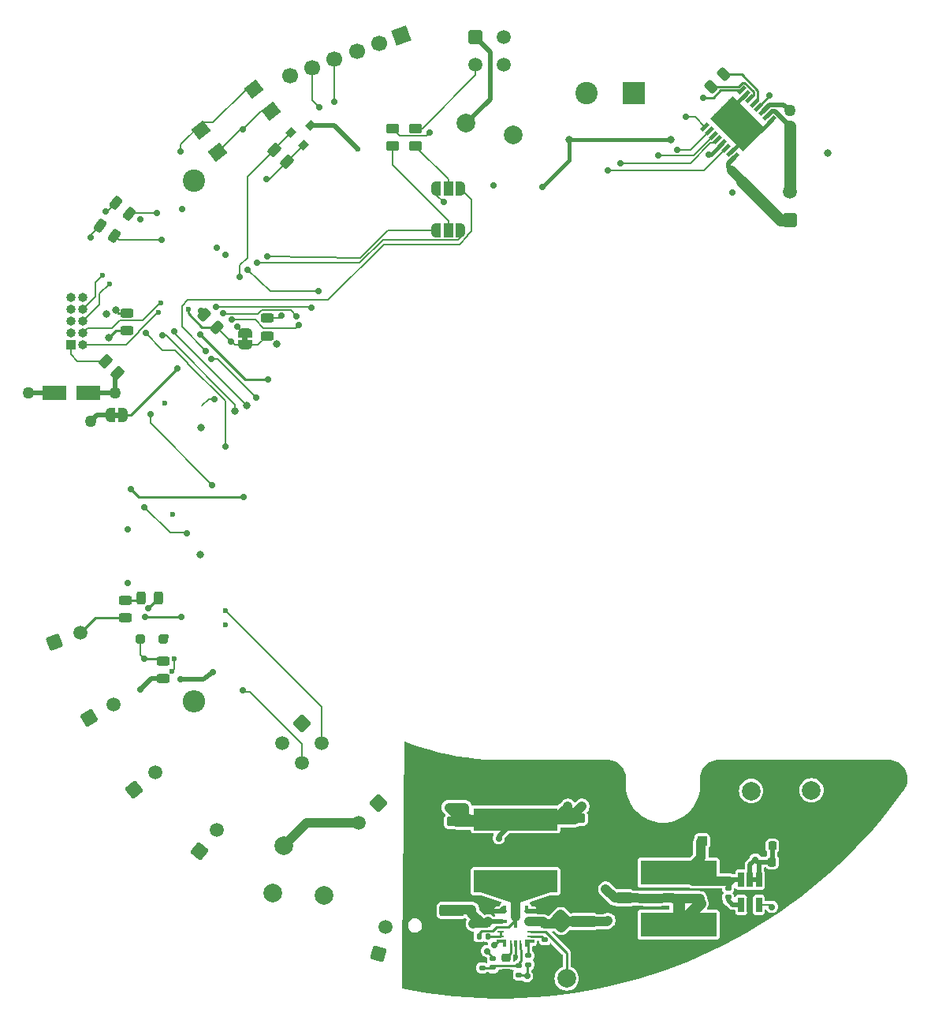
<source format=gbr>
G04 #@! TF.GenerationSoftware,KiCad,Pcbnew,7.0.10*
G04 #@! TF.CreationDate,2024-08-19T09:51:56-07:00*
G04 #@! TF.ProjectId,LCP_PowerControl,4c43505f-506f-4776-9572-436f6e74726f,rev?*
G04 #@! TF.SameCoordinates,Original*
G04 #@! TF.FileFunction,Copper,L1,Top*
G04 #@! TF.FilePolarity,Positive*
%FSLAX46Y46*%
G04 Gerber Fmt 4.6, Leading zero omitted, Abs format (unit mm)*
G04 Created by KiCad (PCBNEW 7.0.10) date 2024-08-19 09:51:56*
%MOMM*%
%LPD*%
G01*
G04 APERTURE LIST*
G04 Aperture macros list*
%AMRoundRect*
0 Rectangle with rounded corners*
0 $1 Rounding radius*
0 $2 $3 $4 $5 $6 $7 $8 $9 X,Y pos of 4 corners*
0 Add a 4 corners polygon primitive as box body*
4,1,4,$2,$3,$4,$5,$6,$7,$8,$9,$2,$3,0*
0 Add four circle primitives for the rounded corners*
1,1,$1+$1,$2,$3*
1,1,$1+$1,$4,$5*
1,1,$1+$1,$6,$7*
1,1,$1+$1,$8,$9*
0 Add four rect primitives between the rounded corners*
20,1,$1+$1,$2,$3,$4,$5,0*
20,1,$1+$1,$4,$5,$6,$7,0*
20,1,$1+$1,$6,$7,$8,$9,0*
20,1,$1+$1,$8,$9,$2,$3,0*%
%AMHorizOval*
0 Thick line with rounded ends*
0 $1 width*
0 $2 $3 position (X,Y) of the first rounded end (center of the circle)*
0 $4 $5 position (X,Y) of the second rounded end (center of the circle)*
0 Add line between two ends*
20,1,$1,$2,$3,$4,$5,0*
0 Add two circle primitives to create the rounded ends*
1,1,$1,$2,$3*
1,1,$1,$4,$5*%
%AMRotRect*
0 Rectangle, with rotation*
0 The origin of the aperture is its center*
0 $1 length*
0 $2 width*
0 $3 Rotation angle, in degrees counterclockwise*
0 Add horizontal line*
21,1,$1,$2,0,0,$3*%
%AMFreePoly0*
4,1,19,0.500000,-0.750000,0.000000,-0.750000,0.000000,-0.744911,-0.071157,-0.744911,-0.207708,-0.704816,-0.327430,-0.627875,-0.420627,-0.520320,-0.479746,-0.390866,-0.500000,-0.250000,-0.500000,0.250000,-0.479746,0.390866,-0.420627,0.520320,-0.327430,0.627875,-0.207708,0.704816,-0.071157,0.744911,0.000000,0.744911,0.000000,0.750000,0.500000,0.750000,0.500000,-0.750000,0.500000,-0.750000,
$1*%
%AMFreePoly1*
4,1,19,0.000000,0.744911,0.071157,0.744911,0.207708,0.704816,0.327430,0.627875,0.420627,0.520320,0.479746,0.390866,0.500000,0.250000,0.500000,-0.250000,0.479746,-0.390866,0.420627,-0.520320,0.327430,-0.627875,0.207708,-0.704816,0.071157,-0.744911,0.000000,-0.744911,0.000000,-0.750000,-0.500000,-0.750000,-0.500000,0.750000,0.000000,0.750000,0.000000,0.744911,0.000000,0.744911,
$1*%
%AMFreePoly2*
4,1,17,0.153536,0.803536,0.155000,0.800000,0.155000,-0.200000,0.153536,-0.203536,0.150000,-0.205000,-0.550000,-0.205000,-0.553536,-0.203536,-0.555000,-0.200000,-0.555000,0.200000,-0.553536,0.203536,-0.550000,0.205000,-0.205000,0.205000,-0.205000,0.800000,-0.203536,0.803536,-0.200000,0.805000,0.150000,0.805000,0.153536,0.803536,0.153536,0.803536,$1*%
%AMFreePoly3*
4,1,17,0.203536,0.803536,0.205000,0.800000,0.205000,0.205000,0.550000,0.205000,0.553536,0.203536,0.555000,0.200000,0.555000,-0.200000,0.553536,-0.203536,0.550000,-0.205000,-0.150000,-0.205000,-0.153536,-0.203536,-0.155000,-0.200000,-0.155000,0.800000,-0.153536,0.803536,-0.150000,0.805000,0.200000,0.805000,0.203536,0.803536,0.203536,0.803536,$1*%
%AMFreePoly4*
4,1,17,0.203536,0.803536,0.205000,0.800000,0.205000,-0.200000,0.203536,-0.203536,0.200000,-0.205000,-0.600000,-0.205000,-0.603536,-0.203536,-0.605000,-0.200000,-0.605000,0.200000,-0.603536,0.203536,-0.600000,0.205000,-0.205000,0.205000,-0.205000,0.800000,-0.203536,0.803536,-0.200000,0.805000,0.200000,0.805000,0.203536,0.803536,0.203536,0.803536,$1*%
%AMFreePoly5*
4,1,17,0.203536,0.803536,0.205000,0.800000,0.205000,0.205000,0.600000,0.205000,0.603536,0.203536,0.605000,0.200000,0.605000,-0.200000,0.603536,-0.203536,0.600000,-0.205000,-0.200000,-0.205000,-0.203536,-0.203536,-0.205000,-0.200000,-0.205000,0.800000,-0.203536,0.803536,-0.200000,0.805000,0.200000,0.805000,0.203536,0.803536,0.203536,0.803536,$1*%
%AMFreePoly6*
4,1,19,0.550000,-0.750000,0.000000,-0.750000,0.000000,-0.744911,-0.071157,-0.744911,-0.207708,-0.704816,-0.327430,-0.627875,-0.420627,-0.520320,-0.479746,-0.390866,-0.500000,-0.250000,-0.500000,0.250000,-0.479746,0.390866,-0.420627,0.520320,-0.327430,0.627875,-0.207708,0.704816,-0.071157,0.744911,0.000000,0.744911,0.000000,0.750000,0.550000,0.750000,0.550000,-0.750000,0.550000,-0.750000,
$1*%
%AMFreePoly7*
4,1,19,0.000000,0.744911,0.071157,0.744911,0.207708,0.704816,0.327430,0.627875,0.420627,0.520320,0.479746,0.390866,0.500000,0.250000,0.500000,-0.250000,0.479746,-0.390866,0.420627,-0.520320,0.327430,-0.627875,0.207708,-0.704816,0.071157,-0.744911,0.000000,-0.744911,0.000000,-0.750000,-0.550000,-0.750000,-0.550000,0.750000,0.000000,0.750000,0.000000,0.744911,0.000000,0.744911,
$1*%
G04 Aperture macros list end*
G04 #@! TA.AperFunction,SMDPad,CuDef*
%ADD10RoundRect,0.243750X-0.456250X0.243750X-0.456250X-0.243750X0.456250X-0.243750X0.456250X0.243750X0*%
G04 #@! TD*
G04 #@! TA.AperFunction,SMDPad,CuDef*
%ADD11RoundRect,0.243750X0.494975X0.150260X0.150260X0.494975X-0.494975X-0.150260X-0.150260X-0.494975X0*%
G04 #@! TD*
G04 #@! TA.AperFunction,SMDPad,CuDef*
%ADD12RoundRect,0.243750X0.456250X-0.243750X0.456250X0.243750X-0.456250X0.243750X-0.456250X-0.243750X0*%
G04 #@! TD*
G04 #@! TA.AperFunction,SMDPad,CuDef*
%ADD13RoundRect,0.218750X-0.218750X-0.256250X0.218750X-0.256250X0.218750X0.256250X-0.218750X0.256250X0*%
G04 #@! TD*
G04 #@! TA.AperFunction,SMDPad,CuDef*
%ADD14RoundRect,0.218750X-0.256250X0.218750X-0.256250X-0.218750X0.256250X-0.218750X0.256250X0.218750X0*%
G04 #@! TD*
G04 #@! TA.AperFunction,SMDPad,CuDef*
%ADD15RoundRect,0.243750X0.461363X0.233929X0.062026X0.513547X-0.461363X-0.233929X-0.062026X-0.513547X0*%
G04 #@! TD*
G04 #@! TA.AperFunction,ComponentPad*
%ADD16RoundRect,0.250000X0.683013X-0.183013X0.183013X0.683013X-0.683013X0.183013X-0.183013X-0.683013X0*%
G04 #@! TD*
G04 #@! TA.AperFunction,ComponentPad*
%ADD17C,1.500000*%
G04 #@! TD*
G04 #@! TA.AperFunction,ComponentPad*
%ADD18R,1.000000X1.000000*%
G04 #@! TD*
G04 #@! TA.AperFunction,ComponentPad*
%ADD19O,1.000000X1.000000*%
G04 #@! TD*
G04 #@! TA.AperFunction,ComponentPad*
%ADD20RoundRect,0.250000X0.640856X-0.298836X0.298836X0.640856X-0.640856X0.298836X-0.298836X-0.640856X0*%
G04 #@! TD*
G04 #@! TA.AperFunction,ComponentPad*
%ADD21RoundRect,0.250000X0.704416X0.061628X-0.061628X0.704416X-0.704416X-0.061628X0.061628X-0.704416X0*%
G04 #@! TD*
G04 #@! TA.AperFunction,ComponentPad*
%ADD22RoundRect,0.250000X0.500000X0.500000X-0.500000X0.500000X-0.500000X-0.500000X0.500000X-0.500000X0*%
G04 #@! TD*
G04 #@! TA.AperFunction,SMDPad,CuDef*
%ADD23FreePoly0,0.000000*%
G04 #@! TD*
G04 #@! TA.AperFunction,SMDPad,CuDef*
%ADD24FreePoly1,0.000000*%
G04 #@! TD*
G04 #@! TA.AperFunction,SMDPad,CuDef*
%ADD25FreePoly0,90.000000*%
G04 #@! TD*
G04 #@! TA.AperFunction,SMDPad,CuDef*
%ADD26FreePoly1,90.000000*%
G04 #@! TD*
G04 #@! TA.AperFunction,SMDPad,CuDef*
%ADD27RoundRect,0.243750X-0.243750X-0.456250X0.243750X-0.456250X0.243750X0.456250X-0.243750X0.456250X0*%
G04 #@! TD*
G04 #@! TA.AperFunction,SMDPad,CuDef*
%ADD28RoundRect,0.147500X-0.172500X0.147500X-0.172500X-0.147500X0.172500X-0.147500X0.172500X0.147500X0*%
G04 #@! TD*
G04 #@! TA.AperFunction,SMDPad,CuDef*
%ADD29RoundRect,0.147500X0.172500X-0.147500X0.172500X0.147500X-0.172500X0.147500X-0.172500X-0.147500X0*%
G04 #@! TD*
G04 #@! TA.AperFunction,SMDPad,CuDef*
%ADD30RotRect,1.600000X1.400000X37.500000*%
G04 #@! TD*
G04 #@! TA.AperFunction,ComponentPad*
%ADD31C,2.000000*%
G04 #@! TD*
G04 #@! TA.AperFunction,SMDPad,CuDef*
%ADD32R,8.200000X2.600000*%
G04 #@! TD*
G04 #@! TA.AperFunction,SMDPad,CuDef*
%ADD33R,0.650000X1.560000*%
G04 #@! TD*
G04 #@! TA.AperFunction,ComponentPad*
%ADD34RoundRect,0.250000X0.704416X-0.061628X0.061628X0.704416X-0.704416X0.061628X-0.061628X-0.704416X0*%
G04 #@! TD*
G04 #@! TA.AperFunction,SMDPad,CuDef*
%ADD35FreePoly2,90.000000*%
G04 #@! TD*
G04 #@! TA.AperFunction,SMDPad,CuDef*
%ADD36R,0.250000X0.700000*%
G04 #@! TD*
G04 #@! TA.AperFunction,SMDPad,CuDef*
%ADD37R,0.300000X0.700000*%
G04 #@! TD*
G04 #@! TA.AperFunction,SMDPad,CuDef*
%ADD38FreePoly3,270.000000*%
G04 #@! TD*
G04 #@! TA.AperFunction,SMDPad,CuDef*
%ADD39R,0.700000X0.250000*%
G04 #@! TD*
G04 #@! TA.AperFunction,SMDPad,CuDef*
%ADD40R,1.000000X0.400000*%
G04 #@! TD*
G04 #@! TA.AperFunction,SMDPad,CuDef*
%ADD41FreePoly4,270.000000*%
G04 #@! TD*
G04 #@! TA.AperFunction,SMDPad,CuDef*
%ADD42R,0.400000X2.400000*%
G04 #@! TD*
G04 #@! TA.AperFunction,SMDPad,CuDef*
%ADD43FreePoly5,90.000000*%
G04 #@! TD*
G04 #@! TA.AperFunction,SMDPad,CuDef*
%ADD44R,9.000000X2.380000*%
G04 #@! TD*
G04 #@! TA.AperFunction,SMDPad,CuDef*
%ADD45RoundRect,0.147500X0.147500X0.172500X-0.147500X0.172500X-0.147500X-0.172500X0.147500X-0.172500X0*%
G04 #@! TD*
G04 #@! TA.AperFunction,SMDPad,CuDef*
%ADD46RoundRect,0.249999X-0.450001X0.262501X-0.450001X-0.262501X0.450001X-0.262501X0.450001X0.262501X0*%
G04 #@! TD*
G04 #@! TA.AperFunction,SMDPad,CuDef*
%ADD47RoundRect,0.218750X0.256250X-0.218750X0.256250X0.218750X-0.256250X0.218750X-0.256250X-0.218750X0*%
G04 #@! TD*
G04 #@! TA.AperFunction,SMDPad,CuDef*
%ADD48RoundRect,0.250000X-1.075000X0.375000X-1.075000X-0.375000X1.075000X-0.375000X1.075000X0.375000X0*%
G04 #@! TD*
G04 #@! TA.AperFunction,SMDPad,CuDef*
%ADD49RoundRect,0.250000X0.625000X-0.375000X0.625000X0.375000X-0.625000X0.375000X-0.625000X-0.375000X0*%
G04 #@! TD*
G04 #@! TA.AperFunction,ComponentPad*
%ADD50RoundRect,0.250001X-0.499999X-0.499999X0.499999X-0.499999X0.499999X0.499999X-0.499999X0.499999X0*%
G04 #@! TD*
G04 #@! TA.AperFunction,SMDPad,CuDef*
%ADD51RoundRect,0.243750X-0.150260X0.494975X-0.494975X0.150260X0.150260X-0.494975X0.494975X-0.150260X0*%
G04 #@! TD*
G04 #@! TA.AperFunction,SMDPad,CuDef*
%ADD52RotRect,1.050000X0.450000X45.000000*%
G04 #@! TD*
G04 #@! TA.AperFunction,ComponentPad*
%ADD53C,0.600000*%
G04 #@! TD*
G04 #@! TA.AperFunction,SMDPad,CuDef*
%ADD54RotRect,3.400000X5.000000X45.000000*%
G04 #@! TD*
G04 #@! TA.AperFunction,ComponentPad*
%ADD55C,2.010000*%
G04 #@! TD*
G04 #@! TA.AperFunction,SMDPad,CuDef*
%ADD56RoundRect,0.243750X0.479995X0.192828X0.106549X0.506187X-0.479995X-0.192828X-0.106549X-0.506187X0*%
G04 #@! TD*
G04 #@! TA.AperFunction,ComponentPad*
%ADD57RoundRect,0.250001X-0.707105X0.000000X0.000000X-0.707105X0.707105X0.000000X0.000000X0.707105X0*%
G04 #@! TD*
G04 #@! TA.AperFunction,ComponentPad*
%ADD58C,2.400000*%
G04 #@! TD*
G04 #@! TA.AperFunction,ComponentPad*
%ADD59O,2.400000X2.400000*%
G04 #@! TD*
G04 #@! TA.AperFunction,SMDPad,CuDef*
%ADD60RoundRect,0.249998X0.503816X0.132583X0.132583X0.503816X-0.503816X-0.132583X-0.132583X-0.503816X0*%
G04 #@! TD*
G04 #@! TA.AperFunction,ComponentPad*
%ADD61RotRect,1.700000X1.700000X290.000000*%
G04 #@! TD*
G04 #@! TA.AperFunction,ComponentPad*
%ADD62HorizOval,1.700000X0.000000X0.000000X0.000000X0.000000X0*%
G04 #@! TD*
G04 #@! TA.AperFunction,ComponentPad*
%ADD63RoundRect,0.250000X0.612372X0.353553X-0.353553X0.612372X-0.612372X-0.353553X0.353553X-0.612372X0*%
G04 #@! TD*
G04 #@! TA.AperFunction,SMDPad,CuDef*
%ADD64RoundRect,0.140000X-0.170000X0.140000X-0.170000X-0.140000X0.170000X-0.140000X0.170000X0.140000X0*%
G04 #@! TD*
G04 #@! TA.AperFunction,SMDPad,CuDef*
%ADD65FreePoly6,0.000000*%
G04 #@! TD*
G04 #@! TA.AperFunction,SMDPad,CuDef*
%ADD66R,1.000000X1.500000*%
G04 #@! TD*
G04 #@! TA.AperFunction,SMDPad,CuDef*
%ADD67FreePoly7,0.000000*%
G04 #@! TD*
G04 #@! TA.AperFunction,SMDPad,CuDef*
%ADD68RotRect,0.900000X0.800000X45.000000*%
G04 #@! TD*
G04 #@! TA.AperFunction,SMDPad,CuDef*
%ADD69RoundRect,0.249999X0.450001X-0.262501X0.450001X0.262501X-0.450001X0.262501X-0.450001X-0.262501X0*%
G04 #@! TD*
G04 #@! TA.AperFunction,SMDPad,CuDef*
%ADD70RoundRect,0.250000X1.050000X0.550000X-1.050000X0.550000X-1.050000X-0.550000X1.050000X-0.550000X0*%
G04 #@! TD*
G04 #@! TA.AperFunction,ComponentPad*
%ADD71R,2.400000X2.400000*%
G04 #@! TD*
G04 #@! TA.AperFunction,SMDPad,CuDef*
%ADD72RoundRect,0.250000X-0.250000X-0.250000X0.250000X-0.250000X0.250000X0.250000X-0.250000X0.250000X0*%
G04 #@! TD*
G04 #@! TA.AperFunction,SMDPad,CuDef*
%ADD73RoundRect,0.250000X-0.300000X-0.300000X0.300000X-0.300000X0.300000X0.300000X-0.300000X0.300000X0*%
G04 #@! TD*
G04 #@! TA.AperFunction,ViaPad*
%ADD74C,0.600000*%
G04 #@! TD*
G04 #@! TA.AperFunction,ViaPad*
%ADD75C,0.700000*%
G04 #@! TD*
G04 #@! TA.AperFunction,ViaPad*
%ADD76C,1.270000*%
G04 #@! TD*
G04 #@! TA.AperFunction,ViaPad*
%ADD77C,0.800000*%
G04 #@! TD*
G04 #@! TA.AperFunction,Conductor*
%ADD78C,0.508000*%
G04 #@! TD*
G04 #@! TA.AperFunction,Conductor*
%ADD79C,0.254000*%
G04 #@! TD*
G04 #@! TA.AperFunction,Conductor*
%ADD80C,0.203200*%
G04 #@! TD*
G04 #@! TA.AperFunction,Conductor*
%ADD81C,0.200000*%
G04 #@! TD*
G04 #@! TA.AperFunction,Conductor*
%ADD82C,0.457200*%
G04 #@! TD*
G04 #@! TA.AperFunction,Conductor*
%ADD83C,1.016000*%
G04 #@! TD*
G04 #@! TA.AperFunction,Conductor*
%ADD84C,1.270000*%
G04 #@! TD*
G04 APERTURE END LIST*
G04 #@! TA.AperFunction,EtchedComponent*
G36*
X81134000Y-89644500D02*
G01*
X80634000Y-89644500D01*
X80634000Y-89044500D01*
X81134000Y-89044500D01*
X81134000Y-89644500D01*
G37*
G04 #@! TD.AperFunction*
G04 #@! TA.AperFunction,EtchedComponent*
G36*
X94978500Y-81418000D02*
G01*
X94378500Y-81418000D01*
X94378500Y-80918000D01*
X94978500Y-80918000D01*
X94978500Y-81418000D01*
G37*
G04 #@! TD.AperFunction*
D10*
X81978500Y-78374000D03*
X81978500Y-80249000D03*
D11*
X91630500Y-79883000D03*
X90304674Y-78557174D03*
D12*
X97028000Y-80820500D03*
X97028000Y-78945500D03*
D13*
X151295000Y-135572500D03*
X152870000Y-135572500D03*
D14*
X122682000Y-147612000D03*
X122682000Y-149187000D03*
D15*
X80656910Y-70099956D03*
X79121000Y-69024500D03*
D16*
X77927200Y-121869200D03*
D17*
X80525276Y-120369200D03*
D18*
X75960000Y-81770000D03*
D19*
X77230000Y-81770000D03*
X75960000Y-80500000D03*
X77230000Y-80500000D03*
X75960000Y-79230000D03*
X77230000Y-79230000D03*
X75960000Y-77960000D03*
X77230000Y-77960000D03*
X75960000Y-76690000D03*
X77230000Y-76690000D03*
D20*
X74193400Y-113715800D03*
D17*
X77012478Y-112689740D03*
D21*
X89738200Y-136169400D03*
D17*
X91666563Y-133871267D03*
D22*
X153162000Y-68389500D03*
D17*
X153162000Y-65389500D03*
D23*
X80234000Y-89344500D03*
D24*
X81534000Y-89344500D03*
D25*
X94678500Y-81818000D03*
D26*
X94678500Y-80518000D03*
D12*
X81851500Y-111095000D03*
X81851500Y-109220000D03*
D27*
X83517500Y-108966000D03*
X85392500Y-108966000D03*
D12*
X85852000Y-117635500D03*
X85852000Y-115760500D03*
D28*
X120142000Y-147683500D03*
X120142000Y-148653500D03*
D29*
X121285000Y-148630500D03*
X121285000Y-147660500D03*
D30*
X89905986Y-58761111D03*
X95618130Y-54378029D03*
X91732270Y-61141171D03*
X97444414Y-56758089D03*
D31*
X161480500Y-129413000D03*
X149034500Y-129667000D03*
X103187500Y-140843000D03*
D32*
X141218000Y-138424000D03*
X141218000Y-144024000D03*
D13*
X151257000Y-137287000D03*
X152832000Y-137287000D03*
D33*
X147960000Y-141892000D03*
X148910000Y-141892000D03*
X149860000Y-141892000D03*
X149860000Y-139192000D03*
X148910000Y-139192000D03*
X147960000Y-139192000D03*
D34*
X82753200Y-129565400D03*
D17*
X85051333Y-127637037D03*
D35*
X122573400Y-145820400D03*
D36*
X123198400Y-146020400D03*
D37*
X123723400Y-146020400D03*
D36*
X124248400Y-146020400D03*
D38*
X124873400Y-145820400D03*
D39*
X125323400Y-145295400D03*
X125323400Y-144795400D03*
D40*
X125173400Y-143720400D03*
D41*
X124873400Y-142570400D03*
D42*
X123723400Y-143170400D03*
D43*
X122573400Y-142570400D03*
D40*
X122273400Y-143720400D03*
D39*
X122123400Y-144795400D03*
X122123400Y-145295400D03*
D28*
X124079000Y-148445500D03*
X124079000Y-149415500D03*
D44*
X123723400Y-139367400D03*
X123723400Y-132717400D03*
D45*
X120794500Y-145288000D03*
X119824500Y-145288000D03*
D46*
X117043200Y-132945500D03*
X117043200Y-134770500D03*
D47*
X120586500Y-143878500D03*
X120586500Y-142303500D03*
D48*
X131000500Y-143707200D03*
X131000500Y-146507200D03*
X116865400Y-142516400D03*
X116865400Y-145316400D03*
D46*
X130492500Y-132628000D03*
X130492500Y-134453000D03*
D47*
X126898400Y-143916400D03*
X126898400Y-142341400D03*
D28*
X126873000Y-145628500D03*
X126873000Y-146598500D03*
X125095000Y-147343000D03*
X125095000Y-148313000D03*
D49*
X135382000Y-141166500D03*
X135382000Y-138366500D03*
D31*
X129222500Y-149796500D03*
D50*
X119430800Y-48768000D03*
D17*
X122430800Y-48768000D03*
X119430800Y-51768000D03*
X122430800Y-51768000D03*
D51*
X146052513Y-52778687D03*
X144726687Y-54104513D03*
D52*
X144066611Y-58392553D03*
X144526230Y-58852173D03*
X144985850Y-59311792D03*
X145445469Y-59771412D03*
X145905088Y-60231031D03*
X146364708Y-60690650D03*
X146824327Y-61150270D03*
X147283947Y-61609889D03*
X151208389Y-57685447D03*
X150748770Y-57225827D03*
X150289150Y-56766208D03*
X149829531Y-56306588D03*
X149369912Y-55846969D03*
X148910292Y-55387350D03*
X148450673Y-54927730D03*
X147991053Y-54468111D03*
D53*
X145304048Y-57261183D03*
X146081865Y-58039000D03*
X146859683Y-58816817D03*
X147637500Y-59594635D03*
X148415317Y-60372452D03*
X146081865Y-56483365D03*
X146859683Y-57261183D03*
X147637500Y-58039000D03*
D54*
X147637500Y-58039000D03*
D53*
X148415317Y-58816817D03*
X149193135Y-59594635D03*
X146859683Y-55705548D03*
X147637500Y-56483365D03*
X148415317Y-57261183D03*
X149193135Y-58039000D03*
X149970952Y-58816817D03*
D55*
X118394800Y-58032800D03*
X123494800Y-59232800D03*
X97663000Y-140652500D03*
X98863000Y-135552500D03*
D31*
X155511500Y-129603500D03*
D56*
X82232500Y-67754500D03*
X80796166Y-66549274D03*
D57*
X109000000Y-131000000D03*
D17*
X106878680Y-133121320D03*
D58*
X89217500Y-64198500D03*
D59*
X89217500Y-120078500D03*
D60*
X81005235Y-84815235D03*
X79714765Y-83524765D03*
D61*
X111455200Y-48564800D03*
D62*
X109068381Y-49433531D03*
X106681561Y-50302262D03*
X104294742Y-51170993D03*
X101907923Y-52039725D03*
X99521104Y-52908456D03*
D63*
X109016800Y-147142200D03*
D17*
X109793257Y-144244423D03*
D64*
X146558000Y-140134500D03*
X146558000Y-141094500D03*
D65*
X115200000Y-69500000D03*
D66*
X116500000Y-69500000D03*
D67*
X117800000Y-69500000D03*
D65*
X115200000Y-65000000D03*
D66*
X116500000Y-65000000D03*
D67*
X117800000Y-65000000D03*
D68*
X99621142Y-59035355D03*
X100964645Y-60378858D03*
X101707107Y-58292893D03*
D60*
X99145235Y-62145235D03*
X97854765Y-60854765D03*
D46*
X110500000Y-58587500D03*
X110500000Y-60412500D03*
D69*
X113000000Y-60412500D03*
X113000000Y-58587500D03*
D70*
X77820000Y-86950000D03*
X74220000Y-86950000D03*
D71*
X136390000Y-54740000D03*
D58*
X131390000Y-54740000D03*
D57*
X100800000Y-122400000D03*
D17*
X102921320Y-124521320D03*
X98678680Y-124521320D03*
X100800000Y-126642641D03*
D72*
X83420000Y-113330000D03*
X85920000Y-113330000D03*
D73*
X143772500Y-135080000D03*
X146572500Y-135080000D03*
D74*
X86090000Y-88090000D03*
D75*
X119888000Y-141287500D03*
X128270000Y-141541500D03*
X87757000Y-117665500D03*
D76*
X78105000Y-89979500D03*
D74*
X86212500Y-113155000D03*
X86212500Y-113155000D03*
D75*
X91634483Y-71400320D03*
X131254500Y-148209000D03*
X155575000Y-138493500D03*
D77*
X157276800Y-61214000D03*
X79818251Y-78506989D03*
D74*
X123761500Y-147510500D03*
D76*
X71374000Y-86931500D03*
D75*
X153098500Y-133858000D03*
X91376500Y-87630000D03*
X82042000Y-107315000D03*
X122682000Y-150558500D03*
D74*
X86212500Y-113155000D03*
D75*
X148907500Y-143764000D03*
X116903500Y-147002500D03*
D77*
X133159500Y-136779000D03*
X89979500Y-90678000D03*
X130048000Y-135953500D03*
X98042039Y-81718130D03*
D75*
X121361200Y-64719200D03*
D74*
X86212500Y-113155000D03*
D75*
X91186000Y-116903500D03*
X147002500Y-65405000D03*
X94437200Y-58674000D03*
D77*
X89890590Y-104300068D03*
X115620800Y-134620000D03*
D75*
X82105500Y-101600000D03*
X98602800Y-78689200D03*
D77*
X80010000Y-81020000D03*
D74*
X92577289Y-111830000D03*
D75*
X119253000Y-148272500D03*
X89923910Y-78134148D03*
X124968000Y-149542500D03*
X129349500Y-131318000D03*
X130873500Y-131318000D03*
X121412000Y-146240500D03*
D76*
X121663600Y-132717400D03*
D75*
X121920000Y-134747000D03*
D76*
X125727600Y-132717400D03*
X153162000Y-56642000D03*
D75*
X118237000Y-131445000D03*
X116586000Y-131445000D03*
X151028400Y-55067200D03*
D77*
X140411200Y-59740800D03*
D75*
X93154500Y-81407000D03*
X126644400Y-64820800D03*
X83439000Y-68326000D03*
D77*
X140652500Y-141224000D03*
X143510000Y-141224000D03*
X80781817Y-78089801D03*
X138557000Y-141224000D03*
D75*
X97000000Y-64000000D03*
D74*
X88590000Y-78010000D03*
D77*
X133413500Y-140208000D03*
D76*
X80708500Y-86931500D03*
D75*
X87934800Y-67259200D03*
D74*
X86868000Y-99949000D03*
D77*
X129489200Y-59791600D03*
D75*
X92571445Y-72145066D03*
X87782400Y-61010800D03*
X119189500Y-143954500D03*
X118999000Y-142367000D03*
X128587500Y-142938500D03*
X128651000Y-144335500D03*
X149479000Y-137033000D03*
X83439000Y-118808500D03*
X133667500Y-143573500D03*
X120650000Y-146862800D03*
D76*
X125349000Y-139319000D03*
X122047000Y-139382500D03*
D75*
X78105000Y-70294500D03*
X79692500Y-67500500D03*
X85699600Y-70561200D03*
X85191600Y-67614800D03*
X84312500Y-110075379D03*
X102616000Y-56337200D03*
X104241600Y-55676800D03*
D74*
X106800000Y-60800000D03*
D75*
X94425114Y-118830604D03*
D77*
X94869000Y-88265000D03*
D75*
X87071200Y-80314800D03*
D77*
X93628888Y-88939703D03*
D75*
X85762340Y-80745840D03*
X92563990Y-92710000D03*
D74*
X92563990Y-110301138D03*
D75*
X83988491Y-80552205D03*
X100463212Y-79632188D03*
X142036800Y-57353200D03*
X93228678Y-79112235D03*
D74*
X79390000Y-74320000D03*
X80090000Y-75240000D03*
X85657835Y-77290256D03*
D75*
X94100051Y-74472800D03*
X82433445Y-97295025D03*
X94488000Y-98107500D03*
X84487510Y-89269385D03*
X91122500Y-96837500D03*
X83883500Y-99187000D03*
X88455500Y-101981000D03*
X91541600Y-77724000D03*
X101808950Y-77783540D03*
X143865600Y-55270400D03*
X92303600Y-78435200D03*
X100228400Y-78740000D03*
X134984905Y-62280894D03*
X87377987Y-84338523D03*
X94945200Y-73761600D03*
X102574073Y-76012599D03*
X133663600Y-63099291D03*
X139039600Y-61468000D03*
X95910400Y-87477600D03*
X91033600Y-83312000D03*
X144466666Y-61408666D03*
X114500000Y-59000000D03*
X93853000Y-79819500D03*
X96000000Y-73000000D03*
X89850545Y-80706545D03*
X141080783Y-60863990D03*
X97155000Y-85534500D03*
X90482445Y-82455713D03*
D74*
X85390000Y-78350000D03*
D75*
X97028000Y-72288400D03*
X116000000Y-66500000D03*
X151257000Y-142113000D03*
D74*
X86792261Y-116822359D03*
X87051473Y-115469801D03*
D75*
X87829992Y-110970004D03*
X83947000Y-110998000D03*
X83870439Y-115518839D03*
D78*
X120586500Y-142303500D02*
X120586500Y-141986000D01*
X120586500Y-141986000D02*
X119888000Y-141287500D01*
X127470100Y-142341400D02*
X128270000Y-141541500D01*
X126898400Y-142341400D02*
X127470100Y-142341400D01*
X124873400Y-142570400D02*
X126669400Y-142570400D01*
X126669400Y-142570400D02*
X126898400Y-142341400D01*
X122573400Y-142570400D02*
X120853400Y-142570400D01*
X120853400Y-142570400D02*
X120586500Y-142303500D01*
D79*
X123723400Y-147472400D02*
X123761500Y-147510500D01*
D80*
X86003617Y-112946117D02*
X86212500Y-113155000D01*
X98346500Y-78945500D02*
X98602800Y-78689200D01*
D78*
X130111500Y-135890000D02*
X130048000Y-135953500D01*
X80234000Y-89344500D02*
X78740000Y-89344500D01*
D80*
X97444414Y-56758089D02*
X96353111Y-56758089D01*
D79*
X123723400Y-146020400D02*
X123723400Y-147472400D01*
D80*
X148910000Y-141892000D02*
X148910000Y-143761500D01*
D81*
X86095000Y-113155000D02*
X85920000Y-113330000D01*
D82*
X146824327Y-61150270D02*
X147637500Y-60337097D01*
D78*
X122573400Y-142570400D02*
X122301000Y-142298000D01*
D80*
X148910000Y-143761500D02*
X148907500Y-143764000D01*
D82*
X151208389Y-57685447D02*
X150077019Y-58816817D01*
D78*
X130111500Y-134328000D02*
X130111500Y-135890000D01*
X152870000Y-135572500D02*
X152870000Y-134086500D01*
X152870000Y-134086500D02*
X153098500Y-133858000D01*
D80*
X90304674Y-78557174D02*
X89923910Y-78176410D01*
D81*
X86212500Y-113155000D02*
X86095000Y-113155000D01*
D79*
X122682000Y-149187000D02*
X122682000Y-150558500D01*
X91634483Y-71360015D02*
X91634483Y-71400320D01*
D82*
X148450673Y-54927730D02*
X147637500Y-55740903D01*
D80*
X91732270Y-61141171D02*
X94199441Y-58674000D01*
X96353111Y-56758089D02*
X94437200Y-58674000D01*
X91376500Y-87630000D02*
X90761504Y-87630000D01*
D79*
X119842000Y-147683500D02*
X119253000Y-148272500D01*
D80*
X90761504Y-87630000D02*
X90053002Y-88338502D01*
X94199441Y-58674000D02*
X94437200Y-58674000D01*
D79*
X90053002Y-90604498D02*
X89979500Y-90678000D01*
D78*
X90233500Y-117665500D02*
X91186000Y-116903500D01*
X87757000Y-117665500D02*
X90233500Y-117665500D01*
D79*
X80781000Y-80249000D02*
X80010000Y-81020000D01*
D80*
X97028000Y-78945500D02*
X98346500Y-78945500D01*
D78*
X74206708Y-86928708D02*
X71376792Y-86928708D01*
D82*
X150077019Y-58816817D02*
X149970952Y-58816817D01*
X147637500Y-55740903D02*
X147637500Y-58039000D01*
D79*
X120142000Y-147683500D02*
X119842000Y-147683500D01*
D83*
X135382000Y-138366500D02*
X134747000Y-138366500D01*
D79*
X81978500Y-80249000D02*
X80781000Y-80249000D01*
D78*
X71376792Y-86928708D02*
X71374000Y-86931500D01*
D80*
X89923910Y-78176410D02*
X89923910Y-78134148D01*
D82*
X147637500Y-60337097D02*
X147637500Y-58039000D01*
D83*
X134747000Y-138366500D02*
X133159500Y-136779000D01*
D78*
X78740000Y-89344500D02*
X78105000Y-89979500D01*
X123725900Y-132714900D02*
X123723400Y-132717400D01*
D83*
X117411500Y-132270500D02*
X116586000Y-131445000D01*
X117411500Y-132270500D02*
X118237000Y-131445000D01*
X117411500Y-133007000D02*
X117886500Y-133007000D01*
D82*
X150289150Y-56766208D02*
X150310351Y-56766208D01*
D79*
X124841000Y-149415500D02*
X124968000Y-149542500D01*
D83*
X129413000Y-131699000D02*
X129349500Y-131318000D01*
X129349500Y-131318000D02*
X129349500Y-131991000D01*
X129349500Y-131991000D02*
X130111500Y-132753000D01*
X130111500Y-132080000D02*
X130873500Y-131318000D01*
X118937900Y-132717400D02*
X121663600Y-132717400D01*
D78*
X121920000Y-134747000D02*
X121920000Y-134520800D01*
D79*
X124079000Y-149415500D02*
X124841000Y-149415500D01*
X121832100Y-145820400D02*
X121412000Y-146240500D01*
D83*
X123433800Y-133007000D02*
X123723400Y-132717400D01*
X118046500Y-132397500D02*
X118937900Y-132717400D01*
D79*
X124968000Y-149542500D02*
X124968000Y-148440000D01*
D78*
X121920000Y-134520800D02*
X123723400Y-132717400D01*
X151033634Y-56007001D02*
X152527001Y-56007001D01*
D83*
X125727600Y-132717400D02*
X127950100Y-132717400D01*
X117411500Y-133007000D02*
X123433800Y-133007000D01*
X130111500Y-132753000D02*
X130111500Y-132080000D01*
X130111500Y-132753000D02*
X123759000Y-132753000D01*
D78*
X123723400Y-132717400D02*
X121663600Y-132717400D01*
D83*
X117886500Y-133007000D02*
X118046500Y-132847000D01*
X117411500Y-133007000D02*
X117411500Y-132270500D01*
D79*
X124968000Y-148440000D02*
X125095000Y-148313000D01*
D83*
X118237000Y-132016500D02*
X118046500Y-132397500D01*
D79*
X122573400Y-145820400D02*
X121832100Y-145820400D01*
D78*
X152527001Y-56007001D02*
X153162000Y-56642000D01*
D83*
X123759000Y-132753000D02*
X123723400Y-132717400D01*
X118237000Y-131445000D02*
X116586000Y-131445000D01*
D78*
X150289150Y-56751485D02*
X151033634Y-56007001D01*
D83*
X127950100Y-132717400D02*
X128968500Y-131699000D01*
X118046500Y-132847000D02*
X118046500Y-132397500D01*
X118237000Y-131445000D02*
X118237000Y-132016500D01*
D78*
X150289150Y-56766208D02*
X150289150Y-56751485D01*
D83*
X128968500Y-131699000D02*
X129413000Y-131699000D01*
D78*
X123723400Y-132717400D02*
X125727600Y-132717400D01*
D79*
X149829531Y-56266069D02*
X151028400Y-55067200D01*
X149829531Y-56306588D02*
X149829531Y-56266069D01*
X149741143Y-54505840D02*
X148013990Y-52778687D01*
X149741143Y-55475738D02*
X149741143Y-54505840D01*
X148013990Y-52778687D02*
X146052513Y-52778687D01*
X149369912Y-55846969D02*
X149741143Y-55475738D01*
X144769500Y-54061700D02*
X147684120Y-54061700D01*
X149281523Y-55016119D02*
X148910292Y-55387350D01*
X148318921Y-53658371D02*
X149281523Y-54620972D01*
X148087449Y-53658371D02*
X148318921Y-53658371D01*
X147684120Y-54061700D02*
X148087449Y-53658371D01*
X149281523Y-54620972D02*
X149281523Y-55016119D01*
X144726687Y-54104513D02*
X144769500Y-54061700D01*
D80*
X100964645Y-60378858D02*
X99198268Y-62145235D01*
D78*
X77806708Y-86928708D02*
X80705708Y-86928708D01*
D79*
X88590000Y-78430000D02*
X88590000Y-78010000D01*
X91630500Y-79883000D02*
X90043000Y-79883000D01*
X81978500Y-78374000D02*
X81066016Y-78374000D01*
D80*
X97290470Y-64000000D02*
X97000000Y-64000000D01*
X91630500Y-79883000D02*
X93154500Y-81407000D01*
X99145235Y-62145235D02*
X97290470Y-64000000D01*
D78*
X143510000Y-141224000D02*
X143510000Y-141732000D01*
X141218000Y-141789500D02*
X140652500Y-141224000D01*
D83*
X135382000Y-141166500D02*
X138557000Y-141224000D01*
D80*
X99198268Y-62145235D02*
X99145235Y-62145235D01*
D79*
X90043000Y-79883000D02*
X88590000Y-78430000D01*
D82*
X129489200Y-61976000D02*
X126644400Y-64820800D01*
X129489200Y-59791600D02*
X129489200Y-61976000D01*
D79*
X81066016Y-78374000D02*
X80781817Y-78089801D01*
D82*
X129540000Y-59740800D02*
X129489200Y-59791600D01*
D78*
X80705708Y-86928708D02*
X80708500Y-86931500D01*
D80*
X97028000Y-80820500D02*
X96030500Y-81818000D01*
D83*
X140595000Y-141166500D02*
X140652500Y-141224000D01*
D84*
X143510000Y-141732000D02*
X141218000Y-144024000D01*
X141218000Y-144024000D02*
X141218000Y-141789500D01*
D80*
X94678500Y-81818000D02*
X93565500Y-81818000D01*
D83*
X140652500Y-141224000D02*
X143510000Y-141224000D01*
D78*
X80708500Y-85111970D02*
X81005235Y-84815235D01*
D82*
X140411200Y-59740800D02*
X129540000Y-59740800D01*
D83*
X134372000Y-141166500D02*
X133413500Y-140208000D01*
X138557000Y-141224000D02*
X140595000Y-141166500D01*
D80*
X96030500Y-81818000D02*
X94678500Y-81818000D01*
D83*
X135382000Y-141166500D02*
X134372000Y-141166500D01*
D80*
X93565500Y-81818000D02*
X93154500Y-81407000D01*
D78*
X80708500Y-86931500D02*
X80708500Y-85111970D01*
D80*
X87782400Y-61010800D02*
X87782400Y-60316546D01*
X91236069Y-57926126D02*
X94742535Y-54419660D01*
X90172820Y-57926126D02*
X91236069Y-57926126D01*
X87782400Y-60316546D02*
X90172820Y-57926126D01*
D83*
X120744600Y-143720400D02*
X120586500Y-143878500D01*
D78*
X122273400Y-143720400D02*
X120744600Y-143720400D01*
D83*
X128587500Y-142938500D02*
X127609600Y-143916400D01*
X127609600Y-143916400D02*
X126898400Y-143916400D01*
X119265500Y-143878500D02*
X119189500Y-143954500D01*
X120586500Y-143878500D02*
X119265500Y-143878500D01*
X120111500Y-143878500D02*
X120586500Y-143878500D01*
X118999000Y-142367000D02*
X118999000Y-142791264D01*
X118999000Y-142791264D02*
X120086236Y-143878500D01*
X120086236Y-143878500D02*
X120111500Y-143878500D01*
X118999000Y-142367000D02*
X117014800Y-142367000D01*
X117014800Y-142367000D02*
X116865400Y-142516400D01*
X129356200Y-143707200D02*
X128587500Y-142938500D01*
X131000500Y-143707200D02*
X129356200Y-143707200D01*
X128231900Y-143916400D02*
X128651000Y-144335500D01*
X126898400Y-143916400D02*
X128231900Y-143916400D01*
X129279300Y-143707200D02*
X128651000Y-144335500D01*
X131000500Y-143707200D02*
X129279300Y-143707200D01*
X126702400Y-143720400D02*
X126898400Y-143916400D01*
X125173400Y-143720400D02*
X126702400Y-143720400D01*
D78*
X149733000Y-137287000D02*
X149479000Y-137033000D01*
X84612000Y-117635500D02*
X83439000Y-118808500D01*
X148910000Y-139192000D02*
X149860000Y-139192000D01*
D83*
X133533800Y-143707200D02*
X133667500Y-143573500D01*
D78*
X149860000Y-137414000D02*
X149479000Y-137033000D01*
X151257000Y-137287000D02*
X149733000Y-137287000D01*
X148910000Y-139192000D02*
X148910000Y-137602000D01*
X151295000Y-137249000D02*
X151257000Y-137287000D01*
X149860000Y-139192000D02*
X149860000Y-137414000D01*
X85852000Y-117635500D02*
X84612000Y-117635500D01*
D79*
X81851500Y-111095000D02*
X78607218Y-111095000D01*
D83*
X131000500Y-143707200D02*
X133533800Y-143707200D01*
D78*
X151295000Y-135572500D02*
X151295000Y-137249000D01*
X148910000Y-137602000D02*
X149479000Y-137033000D01*
D79*
X78607218Y-111095000D02*
X77012478Y-112689740D01*
X122682000Y-147612000D02*
X123198400Y-147095600D01*
X123198400Y-147095600D02*
X123198400Y-146020400D01*
D78*
X147048000Y-141892000D02*
X146558000Y-141402000D01*
X147960000Y-141892000D02*
X147048000Y-141892000D01*
D79*
X121285000Y-147574000D02*
X121285000Y-147660500D01*
X120650000Y-146862800D02*
X121285000Y-147574000D01*
X120794500Y-145288000D02*
X122116000Y-145288000D01*
X122116000Y-145288000D02*
X122123400Y-145295400D01*
X122123400Y-144795400D02*
X122123400Y-145295400D01*
D83*
X123723400Y-139367400D02*
X123723400Y-143170400D01*
D78*
X122062100Y-139367400D02*
X122047000Y-139382500D01*
D79*
X123723400Y-143473322D02*
X123723400Y-143170400D01*
X119824500Y-145288000D02*
X119824500Y-144968000D01*
D78*
X123723400Y-139367400D02*
X122062100Y-139367400D01*
D79*
X122942912Y-144253810D02*
X123723400Y-143473322D01*
D78*
X125300600Y-139367400D02*
X125349000Y-139319000D01*
D79*
X121274968Y-144665910D02*
X121687068Y-144253810D01*
X120126590Y-144665910D02*
X121274968Y-144665910D01*
D78*
X123723400Y-139367400D02*
X125300600Y-139367400D01*
D79*
X121687068Y-144253810D02*
X122942912Y-144253810D01*
X119824500Y-144968000D02*
X120126590Y-144665910D01*
D80*
X78105000Y-70040500D02*
X79121000Y-69024500D01*
X78105000Y-70294500D02*
X78105000Y-70040500D01*
X79692500Y-67500500D02*
X79844940Y-67500500D01*
X79844940Y-67500500D02*
X80796166Y-66549274D01*
D79*
X80708500Y-70151546D02*
X80656910Y-70099956D01*
D80*
X85699600Y-70561200D02*
X81118154Y-70561200D01*
X81118154Y-70561200D02*
X80656910Y-70099956D01*
X82372200Y-67614800D02*
X82232500Y-67754500D01*
X85191600Y-67614800D02*
X82372200Y-67614800D01*
D79*
X85392500Y-108966000D02*
X84312500Y-110046000D01*
X84312500Y-110046000D02*
X84312500Y-110075379D01*
D78*
X121000000Y-50337200D02*
X119430800Y-48768000D01*
X118394800Y-58032800D02*
X121000000Y-55427600D01*
X121000000Y-55427600D02*
X121000000Y-50337200D01*
D80*
X101907923Y-55578323D02*
X101907923Y-52039725D01*
X102616000Y-56337200D02*
X101907923Y-55578323D01*
X104241600Y-55676800D02*
X104241600Y-51224135D01*
X104241600Y-51224135D02*
X104294742Y-51170993D01*
D78*
X101707107Y-58292893D02*
X104292893Y-58292893D01*
X104292893Y-58292893D02*
X106800000Y-60800000D01*
D80*
X94425114Y-118830604D02*
X94475151Y-118830604D01*
X94332246Y-118923472D02*
X94425114Y-118830604D01*
X95200000Y-119000000D02*
X100800000Y-124600000D01*
X86934544Y-80330544D02*
X94869000Y-88265000D01*
X87071200Y-80314800D02*
X86934544Y-80330544D01*
X100800000Y-124600000D02*
X100800000Y-126642641D01*
X94644547Y-119000000D02*
X95200000Y-119000000D01*
X94475151Y-118830604D02*
X94644547Y-119000000D01*
X86186604Y-80745840D02*
X85762340Y-80745840D01*
X93628888Y-88188124D02*
X86186604Y-80745840D01*
X93628888Y-88939703D02*
X93628888Y-88188124D01*
X102921320Y-120658468D02*
X92563990Y-110301138D01*
X103400000Y-124042640D02*
X102921320Y-124521320D01*
X92563990Y-92710000D02*
X92563990Y-87798671D01*
X92563990Y-87798671D02*
X88549840Y-83784521D01*
X87172800Y-82397600D02*
X85833886Y-82397600D01*
X85833886Y-82397600D02*
X83988491Y-80552205D01*
X88549840Y-83774640D02*
X87172800Y-82397600D01*
X102921320Y-124521320D02*
X102921320Y-120658468D01*
X88549840Y-83784521D02*
X88549840Y-83774640D01*
X95790795Y-79112235D02*
X96660747Y-79982187D01*
X93228678Y-79112235D02*
X95790795Y-79112235D01*
X100113213Y-79982187D02*
X100463212Y-79632188D01*
X143027258Y-57353200D02*
X144066611Y-58392553D01*
X96660747Y-79982187D02*
X100113213Y-79982187D01*
X142036800Y-57353200D02*
X143027258Y-57353200D01*
D81*
X79390000Y-74320000D02*
X78600000Y-75110000D01*
X78600000Y-75110000D02*
X78600000Y-76590000D01*
X78600000Y-76590000D02*
X77230000Y-77960000D01*
X80090000Y-75240000D02*
X79020000Y-76310000D01*
X79020000Y-76310000D02*
X79020000Y-77440000D01*
X79020000Y-77440000D02*
X77230000Y-79230000D01*
X81218500Y-79161500D02*
X83659261Y-79161500D01*
X77729999Y-80000001D02*
X80379999Y-80000001D01*
X85530505Y-77290256D02*
X85657835Y-77290256D01*
X77230000Y-80500000D02*
X77729999Y-80000001D01*
X80379999Y-80000001D02*
X81218500Y-79161500D01*
X83659261Y-79161500D02*
X85530505Y-77290256D01*
D80*
X94100051Y-73262084D02*
X94945999Y-72440800D01*
X97854765Y-60801732D02*
X97854765Y-60854765D01*
X94100051Y-74472800D02*
X94100051Y-73262084D01*
X99621142Y-59035355D02*
X97854765Y-60801732D01*
X94945999Y-63763531D02*
X97854765Y-60854765D01*
X94945999Y-72440800D02*
X94945999Y-63763531D01*
D79*
X83245920Y-98107500D02*
X82433445Y-97295025D01*
X129222500Y-147054258D02*
X129222500Y-148382287D01*
X125323400Y-144795400D02*
X126963642Y-144795400D01*
X129222500Y-148382287D02*
X129222500Y-149796500D01*
X126963642Y-144795400D02*
X129222500Y-147054258D01*
X94488000Y-98107500D02*
X83245920Y-98107500D01*
D80*
X84487510Y-89269385D02*
X84487510Y-90202510D01*
X84487510Y-90202510D02*
X91122500Y-96837500D01*
X86614000Y-101917500D02*
X88392000Y-101917500D01*
X83883500Y-99187000D02*
X86614000Y-101917500D01*
X88392000Y-101917500D02*
X88455500Y-101981000D01*
X92688250Y-77723989D02*
X99872789Y-77723989D01*
X91541600Y-77724000D02*
X92688239Y-77724000D01*
D79*
X147991053Y-54468111D02*
X145748185Y-54468111D01*
X144945896Y-55270400D02*
X143865600Y-55270400D01*
D80*
X99872789Y-77723989D02*
X100022713Y-77723989D01*
D79*
X145748185Y-54468111D02*
X144945896Y-55270400D01*
D80*
X101749399Y-77723989D02*
X101808950Y-77783540D01*
X92688239Y-77724000D02*
X92688250Y-77723989D01*
X99872789Y-77723989D02*
X101749399Y-77723989D01*
X147849164Y-54610000D02*
X147991053Y-54468111D01*
X145074238Y-60142643D02*
X144657907Y-60142643D01*
X145445469Y-59771412D02*
X145074238Y-60142643D01*
X99568000Y-78079600D02*
X96489960Y-78079600D01*
X96489960Y-78079600D02*
X96083560Y-78486000D01*
X100228400Y-78740000D02*
X99568000Y-78079600D01*
X144657907Y-60142643D02*
X142519656Y-62280894D01*
X142519656Y-62280894D02*
X134984905Y-62280894D01*
X96083560Y-78486000D02*
X92354400Y-78486000D01*
X92354400Y-78486000D02*
X92303600Y-78435200D01*
D82*
X150748770Y-57225827D02*
X151230997Y-56743600D01*
D84*
X153162000Y-65389500D02*
X153162000Y-58293000D01*
D78*
X151612600Y-56743600D02*
X153162000Y-58293000D01*
X151230997Y-56743600D02*
X151612600Y-56743600D01*
D84*
X153162000Y-68389500D02*
X152196646Y-68389500D01*
D83*
X148069146Y-64262000D02*
X148069146Y-64185646D01*
D78*
X146621500Y-62738000D02*
X146621500Y-62272336D01*
X146621500Y-62272336D02*
X147283947Y-61609889D01*
X146939000Y-63055500D02*
X146621500Y-62738000D01*
D83*
X148069146Y-64185646D02*
X146939000Y-63055500D01*
D84*
X152196646Y-68389500D02*
X148069146Y-64262000D01*
D79*
X81534000Y-89344500D02*
X82372010Y-89344500D01*
X82372010Y-89344500D02*
X87377987Y-84338523D01*
X81851500Y-109220000D02*
X83263500Y-109220000D01*
D80*
X83327000Y-108775500D02*
X83517500Y-108966000D01*
D79*
X83263500Y-109220000D02*
X83517500Y-108966000D01*
D80*
X94945200Y-73761600D02*
X97403789Y-76012599D01*
X146364708Y-60690650D02*
X143956067Y-63099291D01*
X143956067Y-63099291D02*
X133663600Y-63099291D01*
X97403789Y-76012599D02*
X102574073Y-76012599D01*
X142829642Y-61468000D02*
X144985850Y-59311792D01*
X91033600Y-83312000D02*
X91744800Y-83312000D01*
X139039600Y-61468000D02*
X142829642Y-61468000D01*
X91744800Y-83312000D02*
X95910400Y-87477600D01*
D82*
X145905088Y-60231031D02*
X144727453Y-61408666D01*
X144727453Y-61408666D02*
X144466666Y-61408666D01*
D81*
X75940000Y-82810000D02*
X75960000Y-82790000D01*
X76654765Y-83524765D02*
X75940000Y-82810000D01*
X79714765Y-83524765D02*
X76654765Y-83524765D01*
X75960000Y-82790000D02*
X75960000Y-81770000D01*
D80*
X111266510Y-59354010D02*
X114145990Y-59354010D01*
X114145990Y-59354010D02*
X114500000Y-59000000D01*
X110500000Y-58587500D02*
X111266510Y-59354010D01*
X110187500Y-58900000D02*
X110500000Y-58587500D01*
X113000000Y-58587500D02*
X113712500Y-58587500D01*
X119430800Y-51768000D02*
X119430800Y-52869200D01*
X113712500Y-58587500D02*
X119430800Y-52869200D01*
X94678500Y-80518000D02*
X94551500Y-80518000D01*
X94551500Y-80518000D02*
X93853000Y-79819500D01*
X116500000Y-68500000D02*
X116500000Y-69500000D01*
X110500000Y-62500000D02*
X116500000Y-68500000D01*
X110500000Y-60412500D02*
X110500000Y-62500000D01*
X116500000Y-69500000D02*
X116500000Y-68546800D01*
X116500000Y-64496800D02*
X116500000Y-65000000D01*
X116500000Y-64046800D02*
X113000000Y-60546800D01*
X116500000Y-65000000D02*
X116500000Y-64046800D01*
X113000000Y-60546800D02*
X113000000Y-60412500D01*
X109493091Y-70504001D02*
X117543591Y-70504001D01*
X117800000Y-70247592D02*
X117800000Y-69500000D01*
X117543591Y-70504001D02*
X117800000Y-70247592D01*
X106997092Y-73000000D02*
X109493091Y-70504001D01*
X96000000Y-73000000D02*
X106997092Y-73000000D01*
X144526230Y-58852173D02*
X142514413Y-60863990D01*
D79*
X94678500Y-85534500D02*
X89850545Y-80706545D01*
X97155000Y-85534500D02*
X94678500Y-85534500D01*
D80*
X142514413Y-60863990D02*
X141080783Y-60863990D01*
X117800000Y-65000000D02*
X119000000Y-66200000D01*
X119000000Y-66200000D02*
X119000000Y-69612928D01*
X88500000Y-77000000D02*
X87900000Y-77600000D01*
X109567302Y-71000000D02*
X103567302Y-77000000D01*
X87900000Y-79873268D02*
X90482445Y-82455713D01*
X117689086Y-71000000D02*
X109567302Y-71000000D01*
X118606742Y-70006186D02*
X118606742Y-70082344D01*
X103567302Y-77000000D02*
X88500000Y-77000000D01*
X118606742Y-70082344D02*
X117689086Y-71000000D01*
X87900000Y-77600000D02*
X87900000Y-79873268D01*
X119000000Y-69612928D02*
X118606742Y-70006186D01*
D81*
X83293869Y-80326131D02*
X85270000Y-78350000D01*
X81933232Y-81770000D02*
X83293869Y-80409363D01*
X85270000Y-78350000D02*
X85390000Y-78350000D01*
X83293869Y-80409363D02*
X83293869Y-80326131D01*
X77230000Y-81770000D02*
X81933232Y-81770000D01*
D79*
X126873000Y-145628500D02*
X126539900Y-145295400D01*
X126539900Y-145295400D02*
X125323400Y-145295400D01*
D80*
X109994182Y-69500000D02*
X115200000Y-69500000D01*
X107048192Y-72445990D02*
X109994182Y-69500000D01*
X97028000Y-72288400D02*
X107048192Y-72445990D01*
D79*
X125095000Y-146042000D02*
X124873400Y-145820400D01*
X125095000Y-147343000D02*
X125095000Y-146042000D01*
D80*
X115200000Y-65000000D02*
X115200000Y-65700000D01*
X115200000Y-65700000D02*
X116000000Y-66500000D01*
X149860000Y-141892000D02*
X151036000Y-141892000D01*
X151036000Y-141892000D02*
X151257000Y-142113000D01*
D79*
X124079000Y-148150500D02*
X124340901Y-147888599D01*
X121470000Y-148445500D02*
X121285000Y-148630500D01*
X124079000Y-148445500D02*
X124079000Y-148150500D01*
X124340901Y-147888599D02*
X124340901Y-146716901D01*
X124340901Y-146716901D02*
X124248400Y-146624400D01*
X124079000Y-148445500D02*
X121470000Y-148445500D01*
X121262000Y-148653500D02*
X121285000Y-148630500D01*
X120142000Y-148653500D02*
X121262000Y-148653500D01*
X124248400Y-146624400D02*
X124248400Y-146020400D01*
D83*
X101294180Y-133121320D02*
X98863000Y-135552500D01*
X106878680Y-133121320D02*
X101294180Y-133121320D01*
D81*
X87051473Y-115469801D02*
X87051473Y-116563147D01*
X87051473Y-116563147D02*
X86792261Y-116822359D01*
D80*
X87608094Y-110970004D02*
X87829992Y-110970004D01*
D79*
X87801996Y-110998000D02*
X87829992Y-110970004D01*
X83947000Y-110998000D02*
X87801996Y-110998000D01*
D78*
X146628500Y-139319000D02*
X146685000Y-139319000D01*
D83*
X141992000Y-138424000D02*
X141218000Y-138424000D01*
X143634000Y-136782000D02*
X141992000Y-138424000D01*
D78*
X146558000Y-139827000D02*
X146558000Y-139389500D01*
X146558000Y-139389500D02*
X146755500Y-139192000D01*
X147960000Y-139192000D02*
X147193000Y-139192000D01*
X146558000Y-139389500D02*
X146628500Y-139319000D01*
X147193000Y-139192000D02*
X146558000Y-139827000D01*
D83*
X146685000Y-139319000D02*
X142748000Y-139319000D01*
D78*
X146755500Y-139192000D02*
X147960000Y-139192000D01*
D83*
X143634000Y-135128000D02*
X143634000Y-136782000D01*
D79*
X85610339Y-115518839D02*
X85852000Y-115760500D01*
D80*
X83420000Y-115068400D02*
X83870439Y-115518839D01*
X83420000Y-113330000D02*
X83420000Y-115068400D01*
D79*
X83870439Y-115518839D02*
X85610339Y-115518839D01*
G04 #@! TA.AperFunction,Conductor*
G36*
X123791446Y-146694412D02*
G01*
X123827991Y-146744712D01*
X123828445Y-146746145D01*
X123832863Y-146760467D01*
X123832375Y-146760617D01*
X123832778Y-146761843D01*
X123833260Y-146761675D01*
X123835749Y-146768788D01*
X123835750Y-146768792D01*
X123835751Y-146768795D01*
X123835752Y-146768796D01*
X123861531Y-146817574D01*
X123863226Y-146820930D01*
X123887184Y-146870678D01*
X123891122Y-146876454D01*
X123908601Y-146933121D01*
X123908601Y-147667863D01*
X123889388Y-147726994D01*
X123879136Y-147738998D01*
X123794473Y-147823660D01*
X123786063Y-147831176D01*
X123758519Y-147853141D01*
X123753395Y-147858665D01*
X123751061Y-147856499D01*
X123712754Y-147886070D01*
X123712133Y-147886290D01*
X123692529Y-147893150D01*
X123692527Y-147893151D01*
X123622636Y-147944733D01*
X123563650Y-147964387D01*
X123504377Y-147945616D01*
X123467458Y-147895591D01*
X123462299Y-147863796D01*
X123462299Y-147486525D01*
X123481512Y-147427395D01*
X123500178Y-147407872D01*
X123502450Y-147406060D01*
X123518878Y-147392960D01*
X123549976Y-147347344D01*
X123552136Y-147344300D01*
X123584920Y-147299882D01*
X123584921Y-147299876D01*
X123588442Y-147293217D01*
X123588898Y-147293458D01*
X123589480Y-147292305D01*
X123589015Y-147292081D01*
X123592281Y-147285296D01*
X123592288Y-147285287D01*
X123608558Y-147232536D01*
X123609714Y-147229022D01*
X123627962Y-147176878D01*
X123627962Y-147176874D01*
X123629363Y-147169472D01*
X123629870Y-147169567D01*
X123630086Y-147168293D01*
X123629576Y-147168216D01*
X123630700Y-147160760D01*
X123630700Y-147105581D01*
X123630770Y-147101821D01*
X123630774Y-147101698D01*
X123632834Y-147046651D01*
X123632832Y-147046646D01*
X123632833Y-147046645D01*
X123631990Y-147039155D01*
X123632497Y-147039097D01*
X123630700Y-147025442D01*
X123630700Y-146775799D01*
X123649913Y-146716668D01*
X123700213Y-146680123D01*
X123731300Y-146675199D01*
X123732315Y-146675199D01*
X123791446Y-146694412D01*
G37*
G04 #@! TD.AperFunction*
G04 #@! TA.AperFunction,Conductor*
G36*
X111883210Y-124366340D02*
G01*
X111888198Y-124368159D01*
X112476512Y-124600771D01*
X113453591Y-124945158D01*
X114075914Y-125138496D01*
X114442946Y-125252523D01*
X114792077Y-125346733D01*
X115443160Y-125522423D01*
X116452831Y-125754483D01*
X117470521Y-125948370D01*
X118494789Y-126103811D01*
X119524182Y-126220585D01*
X120557241Y-126298527D01*
X121592501Y-126337525D01*
X122071190Y-126337530D01*
X122073414Y-126337609D01*
X122075725Y-126337604D01*
X122075730Y-126337605D01*
X122111100Y-126337532D01*
X122111202Y-126337532D01*
X122181713Y-126337532D01*
X122183949Y-126337381D01*
X133572524Y-126313944D01*
X133579222Y-126314155D01*
X133833746Y-126330721D01*
X133846692Y-126332413D01*
X134093796Y-126381218D01*
X134106393Y-126384569D01*
X134345083Y-126464995D01*
X134357165Y-126469961D01*
X134579395Y-126578687D01*
X134583400Y-126580646D01*
X134594741Y-126587140D01*
X134804715Y-126726216D01*
X134815115Y-126734122D01*
X135005298Y-126899255D01*
X135014576Y-126908434D01*
X135181737Y-127096818D01*
X135189758Y-127107136D01*
X135331086Y-127315598D01*
X135337702Y-127326869D01*
X135450817Y-127551902D01*
X135455915Y-127563936D01*
X135538897Y-127801718D01*
X135542393Y-127814311D01*
X135593852Y-128060860D01*
X135595685Y-128073799D01*
X135614748Y-128324923D01*
X135614889Y-128337992D01*
X135601039Y-128593070D01*
X135600473Y-128599582D01*
X135600451Y-128599765D01*
X135593061Y-128661445D01*
X135593061Y-128661448D01*
X135593061Y-128661449D01*
X135577896Y-128787995D01*
X135577894Y-128788015D01*
X135569141Y-129174634D01*
X135597716Y-129560291D01*
X135597718Y-129560307D01*
X135663347Y-129941381D01*
X135663349Y-129941388D01*
X135663350Y-129941393D01*
X135765432Y-130314391D01*
X135765433Y-130314394D01*
X135765439Y-130314410D01*
X135903008Y-130675801D01*
X135983242Y-130837613D01*
X136074803Y-131022269D01*
X136090626Y-131047681D01*
X136279200Y-131350535D01*
X136279205Y-131350543D01*
X136279209Y-131350548D01*
X136351537Y-131445002D01*
X136514317Y-131657579D01*
X136514326Y-131657590D01*
X136777946Y-131940512D01*
X136777957Y-131940523D01*
X137067623Y-132196694D01*
X137067643Y-132196710D01*
X137380668Y-132423753D01*
X137714138Y-132619554D01*
X137714159Y-132619565D01*
X137955914Y-132731710D01*
X138064962Y-132782295D01*
X138064965Y-132782296D01*
X138429817Y-132910433D01*
X138429835Y-132910439D01*
X138623598Y-132958092D01*
X138805354Y-133002793D01*
X139188036Y-133058502D01*
X139291041Y-133063447D01*
X139574296Y-133077046D01*
X139574299Y-133077045D01*
X139574307Y-133077046D01*
X139960565Y-133058250D01*
X140234959Y-133018121D01*
X140343191Y-133002294D01*
X140343195Y-133002293D01*
X140343210Y-133002291D01*
X140718675Y-132909690D01*
X141083459Y-132781310D01*
X141434161Y-132618349D01*
X141767513Y-132422325D01*
X142080406Y-132195066D01*
X142369923Y-131938690D01*
X142633366Y-131655588D01*
X142868277Y-131348398D01*
X143072468Y-131019986D01*
X143244035Y-130673412D01*
X143381378Y-130311907D01*
X143483217Y-129938842D01*
X143529851Y-129667001D01*
X147724214Y-129667001D01*
X147744120Y-129894526D01*
X147744121Y-129894534D01*
X147803235Y-130115148D01*
X147896153Y-130314410D01*
X147899759Y-130322143D01*
X148030763Y-130509236D01*
X148192264Y-130670737D01*
X148379357Y-130801741D01*
X148482336Y-130849761D01*
X148586351Y-130898264D01*
X148586352Y-130898264D01*
X148586356Y-130898266D01*
X148806971Y-130957380D01*
X149005007Y-130974705D01*
X149034498Y-130977286D01*
X149034500Y-130977286D01*
X149034502Y-130977286D01*
X149062197Y-130974862D01*
X149262029Y-130957380D01*
X149482644Y-130898266D01*
X149689643Y-130801741D01*
X149876736Y-130670737D01*
X150038237Y-130509236D01*
X150169241Y-130322143D01*
X150265766Y-130115144D01*
X150324880Y-129894529D01*
X150344786Y-129667000D01*
X150339231Y-129603501D01*
X154201214Y-129603501D01*
X154221120Y-129831026D01*
X154221121Y-129831034D01*
X154280235Y-130051648D01*
X154323132Y-130143640D01*
X154376759Y-130258643D01*
X154507763Y-130445736D01*
X154669264Y-130607237D01*
X154856357Y-130738241D01*
X154939772Y-130777138D01*
X155063351Y-130834764D01*
X155063352Y-130834764D01*
X155063356Y-130834766D01*
X155283971Y-130893880D01*
X155482007Y-130911205D01*
X155511498Y-130913786D01*
X155511500Y-130913786D01*
X155511502Y-130913786D01*
X155539197Y-130911362D01*
X155739029Y-130893880D01*
X155959644Y-130834766D01*
X156166643Y-130738241D01*
X156353736Y-130607237D01*
X156515237Y-130445736D01*
X156646241Y-130258643D01*
X156742766Y-130051644D01*
X156801880Y-129831029D01*
X156821786Y-129603500D01*
X156801880Y-129375971D01*
X156742766Y-129155356D01*
X156715239Y-129096325D01*
X156646243Y-128948362D01*
X156646241Y-128948357D01*
X156515237Y-128761264D01*
X156353736Y-128599763D01*
X156166643Y-128468759D01*
X156166637Y-128468756D01*
X155959648Y-128372235D01*
X155739034Y-128313121D01*
X155739031Y-128313120D01*
X155739029Y-128313120D01*
X155602511Y-128301176D01*
X155511502Y-128293214D01*
X155511498Y-128293214D01*
X155397735Y-128303167D01*
X155283971Y-128313120D01*
X155283969Y-128313120D01*
X155283965Y-128313121D01*
X155063351Y-128372235D01*
X154856362Y-128468756D01*
X154856354Y-128468761D01*
X154669261Y-128599765D01*
X154507765Y-128761261D01*
X154376761Y-128948354D01*
X154376756Y-128948362D01*
X154280235Y-129155351D01*
X154221121Y-129375965D01*
X154221120Y-129375973D01*
X154201214Y-129603498D01*
X154201214Y-129603501D01*
X150339231Y-129603501D01*
X150324880Y-129439471D01*
X150265766Y-129218856D01*
X150169241Y-129011857D01*
X150038237Y-128824764D01*
X149876736Y-128663263D01*
X149689643Y-128532259D01*
X149689637Y-128532256D01*
X149482648Y-128435735D01*
X149262034Y-128376621D01*
X149262031Y-128376620D01*
X149262029Y-128376620D01*
X149125511Y-128364676D01*
X149034502Y-128356714D01*
X149034498Y-128356714D01*
X148920735Y-128366667D01*
X148806971Y-128376620D01*
X148806969Y-128376620D01*
X148806965Y-128376621D01*
X148586351Y-128435735D01*
X148379362Y-128532256D01*
X148379354Y-128532261D01*
X148192261Y-128663265D01*
X148030765Y-128824761D01*
X147899761Y-129011854D01*
X147899756Y-129011862D01*
X147803235Y-129218851D01*
X147744121Y-129439465D01*
X147744120Y-129439473D01*
X147724214Y-129666998D01*
X147724214Y-129667001D01*
X143529851Y-129667001D01*
X143548602Y-129557694D01*
X143576924Y-129172017D01*
X143567918Y-128785407D01*
X143545487Y-128599251D01*
X143544914Y-128592679D01*
X143544831Y-128591147D01*
X143531085Y-128337978D01*
X143531225Y-128324936D01*
X143550289Y-128073793D01*
X143552122Y-128060856D01*
X143603584Y-127814293D01*
X143607076Y-127801718D01*
X143690063Y-127563920D01*
X143695156Y-127551899D01*
X143808278Y-127326851D01*
X143814887Y-127315591D01*
X143956226Y-127107112D01*
X143964233Y-127096812D01*
X144131408Y-126908413D01*
X144140683Y-126899237D01*
X144330877Y-126734095D01*
X144341263Y-126726200D01*
X144551252Y-126587114D01*
X144562586Y-126580625D01*
X144566548Y-126578687D01*
X144788776Y-126469963D01*
X144788821Y-126469941D01*
X144800908Y-126464973D01*
X145039587Y-126384549D01*
X145052205Y-126381192D01*
X145299290Y-126332391D01*
X145312246Y-126330696D01*
X145566488Y-126314149D01*
X145573022Y-126313937D01*
X145636007Y-126313937D01*
X163792102Y-126313937D01*
X163798616Y-126314148D01*
X163894476Y-126320368D01*
X164047876Y-126330323D01*
X164060789Y-126332005D01*
X164307136Y-126380501D01*
X164319713Y-126383837D01*
X164557708Y-126463750D01*
X164569760Y-126468686D01*
X164795449Y-126578687D01*
X164806764Y-126585140D01*
X165016334Y-126723371D01*
X165026720Y-126731232D01*
X165216672Y-126895382D01*
X165225955Y-126904518D01*
X165393116Y-127091848D01*
X165401133Y-127102098D01*
X165471911Y-127205778D01*
X165542685Y-127309453D01*
X165549317Y-127320664D01*
X165662887Y-127544564D01*
X165668015Y-127556537D01*
X165751705Y-127793240D01*
X165755241Y-127805770D01*
X165807643Y-128051294D01*
X165809532Y-128064182D01*
X165829773Y-128314430D01*
X165829980Y-128327455D01*
X165817715Y-128578206D01*
X165816238Y-128591147D01*
X165771677Y-128838221D01*
X165768540Y-128850863D01*
X165692427Y-129090110D01*
X165687682Y-129102242D01*
X165581299Y-129329637D01*
X165575027Y-129341053D01*
X165437621Y-129556774D01*
X165433946Y-129562151D01*
X165394953Y-129615415D01*
X165393274Y-129618061D01*
X164648985Y-130639664D01*
X164647475Y-130641684D01*
X163838104Y-131696032D01*
X163836543Y-131698013D01*
X163001021Y-132731710D01*
X162999411Y-132733651D01*
X162138260Y-133746057D01*
X162136602Y-133747958D01*
X161250310Y-134738494D01*
X161248605Y-134740352D01*
X160337780Y-135708339D01*
X160336029Y-135710154D01*
X159401208Y-136655024D01*
X159399412Y-136656794D01*
X158441219Y-137577914D01*
X158439379Y-137579639D01*
X157458394Y-138476452D01*
X157456512Y-138478130D01*
X156453354Y-139350071D01*
X156451430Y-139351702D01*
X155426680Y-140198263D01*
X155424715Y-140199844D01*
X154379149Y-141020386D01*
X154377146Y-141021918D01*
X153311315Y-141816011D01*
X153309274Y-141817493D01*
X152224361Y-142584273D01*
X152222212Y-142585750D01*
X151042080Y-143374776D01*
X151039822Y-143376242D01*
X149839581Y-144133038D01*
X149837285Y-144134444D01*
X148617156Y-144858887D01*
X148614823Y-144860230D01*
X147375790Y-145551737D01*
X147373421Y-145553018D01*
X146116287Y-146211139D01*
X146113885Y-146212355D01*
X144839647Y-146836572D01*
X144837214Y-146837724D01*
X143546699Y-147427629D01*
X143544235Y-147428716D01*
X142238387Y-147983878D01*
X142235896Y-147984898D01*
X140915659Y-148504917D01*
X140913141Y-148505870D01*
X139579454Y-148990374D01*
X139576911Y-148991259D01*
X138230769Y-149439886D01*
X138228204Y-149440703D01*
X136870506Y-149853157D01*
X136867919Y-149853905D01*
X135499710Y-150229867D01*
X135497105Y-150230546D01*
X134119288Y-150569767D01*
X134116665Y-150570376D01*
X132730254Y-150872605D01*
X132727616Y-150873143D01*
X131333621Y-151138162D01*
X131330969Y-151138629D01*
X129930438Y-151366239D01*
X129927775Y-151366636D01*
X128521552Y-151556699D01*
X128518880Y-151557023D01*
X127108186Y-151709374D01*
X127105505Y-151709628D01*
X125691143Y-151824181D01*
X125688457Y-151824362D01*
X124271612Y-151901020D01*
X124268922Y-151901130D01*
X122850462Y-151939845D01*
X122847770Y-151939882D01*
X121428820Y-151940626D01*
X121426127Y-151940591D01*
X120007702Y-151903361D01*
X120005012Y-151903255D01*
X118588013Y-151828078D01*
X118585327Y-151827899D01*
X117170920Y-151714833D01*
X117168239Y-151714583D01*
X115757016Y-151563670D01*
X115754337Y-151563347D01*
X114341866Y-151373858D01*
X114339190Y-151373462D01*
X112932066Y-151146029D01*
X112929402Y-151145562D01*
X111590401Y-150892028D01*
X111535877Y-150862149D01*
X111509328Y-150805929D01*
X111508521Y-150792269D01*
X111569537Y-144156844D01*
X112179994Y-144156844D01*
X112210460Y-144329620D01*
X112260055Y-144444595D01*
X112279948Y-144490713D01*
X112384714Y-144631438D01*
X112384718Y-144631442D01*
X112506086Y-144733282D01*
X112519111Y-144744211D01*
X112675892Y-144822949D01*
X112736498Y-144837313D01*
X112846602Y-144863409D01*
X112846604Y-144863409D01*
X112978036Y-144863409D01*
X113043307Y-144855779D01*
X113108580Y-144848150D01*
X113273442Y-144788146D01*
X113420021Y-144691739D01*
X113540417Y-144564127D01*
X113550927Y-144545924D01*
X113628134Y-144412195D01*
X113628133Y-144412195D01*
X113628137Y-144412190D01*
X113678455Y-144244119D01*
X113688656Y-144068974D01*
X113658190Y-143896198D01*
X113588702Y-143735105D01*
X113483935Y-143594379D01*
X113483931Y-143594375D01*
X113349543Y-143481610D01*
X113349537Y-143481606D01*
X113280029Y-143446698D01*
X113192758Y-143402869D01*
X113192756Y-143402868D01*
X113192755Y-143402868D01*
X113022048Y-143362409D01*
X113022046Y-143362409D01*
X112890616Y-143362409D01*
X112890614Y-143362409D01*
X112760071Y-143377667D01*
X112595208Y-143437671D01*
X112448627Y-143534080D01*
X112328233Y-143661690D01*
X112328230Y-143661693D01*
X112240515Y-143813622D01*
X112240514Y-143813625D01*
X112240513Y-143813627D01*
X112240513Y-143813628D01*
X112190195Y-143981699D01*
X112179994Y-144156844D01*
X111569537Y-144156844D01*
X111580773Y-142934869D01*
X115235100Y-142934869D01*
X115235101Y-142934889D01*
X115245815Y-143024106D01*
X115245817Y-143024114D01*
X115301813Y-143166111D01*
X115301814Y-143166114D01*
X115301815Y-143166116D01*
X115301816Y-143166117D01*
X115394052Y-143287748D01*
X115515683Y-143379984D01*
X115515684Y-143379984D01*
X115515685Y-143379985D01*
X115515688Y-143379986D01*
X115657689Y-143435984D01*
X115746924Y-143446700D01*
X115746930Y-143446700D01*
X117983870Y-143446700D01*
X117983876Y-143446700D01*
X118073111Y-143435984D01*
X118215117Y-143379984D01*
X118271720Y-143337060D01*
X118330444Y-143316640D01*
X118389956Y-143334637D01*
X118403640Y-143346084D01*
X118472069Y-143414513D01*
X118500295Y-143469911D01*
X118491572Y-143529296D01*
X118416982Y-143684183D01*
X118376200Y-143862861D01*
X118376200Y-144046138D01*
X118416983Y-144224818D01*
X118496501Y-144389939D01*
X118496503Y-144389942D01*
X118610768Y-144533226D01*
X118610773Y-144533231D01*
X118754057Y-144647496D01*
X118754060Y-144647498D01*
X118919181Y-144727016D01*
X118919182Y-144727016D01*
X118919184Y-144727017D01*
X119097863Y-144767800D01*
X119097866Y-144767800D01*
X119177162Y-144767800D01*
X119236293Y-144787013D01*
X119272838Y-144837313D01*
X119272838Y-144899487D01*
X119272123Y-144901607D01*
X119227068Y-145030368D01*
X119225659Y-145045400D01*
X119224200Y-145060958D01*
X119224200Y-145515038D01*
X119224201Y-145515049D01*
X119227067Y-145545629D01*
X119272148Y-145674465D01*
X119272150Y-145674469D01*
X119353205Y-145784295D01*
X119463031Y-145865350D01*
X119591868Y-145910432D01*
X119622453Y-145913300D01*
X120026546Y-145913299D01*
X120057132Y-145910432D01*
X120185969Y-145865350D01*
X120249763Y-145818267D01*
X120308748Y-145798614D01*
X120368021Y-145817384D01*
X120369170Y-145818219D01*
X120433031Y-145865350D01*
X120561868Y-145910432D01*
X120592453Y-145913300D01*
X120689503Y-145913299D01*
X120748633Y-145932511D01*
X120785179Y-145982811D01*
X120785180Y-146044985D01*
X120783566Y-146049570D01*
X120771069Y-146082521D01*
X120771067Y-146082529D01*
X120766636Y-146119027D01*
X120740435Y-146175411D01*
X120686097Y-146205626D01*
X120666770Y-146207500D01*
X120570431Y-146207500D01*
X120415917Y-146245585D01*
X120275010Y-146319539D01*
X120155901Y-146425060D01*
X120155897Y-146425064D01*
X120065499Y-146556028D01*
X120065499Y-146556029D01*
X120009068Y-146704826D01*
X119989887Y-146862796D01*
X119989887Y-146862803D01*
X120009068Y-147020773D01*
X120065499Y-147169570D01*
X120065499Y-147169571D01*
X120155897Y-147300535D01*
X120155901Y-147300539D01*
X120275010Y-147406060D01*
X120275011Y-147406060D01*
X120275013Y-147406062D01*
X120415917Y-147480014D01*
X120415918Y-147480014D01*
X120415921Y-147480016D01*
X120570432Y-147518100D01*
X120570437Y-147518100D01*
X120571213Y-147518194D01*
X120571662Y-147518402D01*
X120576341Y-147519556D01*
X120576115Y-147520471D01*
X120627600Y-147544387D01*
X120657823Y-147598721D01*
X120659700Y-147618062D01*
X120659700Y-147862538D01*
X120659701Y-147862549D01*
X120662567Y-147893130D01*
X120699670Y-147999165D01*
X120701065Y-148061324D01*
X120665657Y-148112431D01*
X120606972Y-148132966D01*
X120547424Y-148115084D01*
X120544978Y-148113334D01*
X120541211Y-148110554D01*
X120528469Y-148101150D01*
X120528466Y-148101149D01*
X120528465Y-148101148D01*
X120468976Y-148080332D01*
X120399632Y-148056068D01*
X120369047Y-148053200D01*
X120369041Y-148053200D01*
X119914961Y-148053200D01*
X119914950Y-148053201D01*
X119884370Y-148056067D01*
X119755534Y-148101148D01*
X119755532Y-148101149D01*
X119755531Y-148101150D01*
X119645705Y-148182205D01*
X119564650Y-148292031D01*
X119564650Y-148292032D01*
X119564648Y-148292034D01*
X119519568Y-148420869D01*
X119516700Y-148451458D01*
X119516700Y-148855538D01*
X119516701Y-148855549D01*
X119519567Y-148886129D01*
X119564648Y-149014965D01*
X119564650Y-149014969D01*
X119645705Y-149124795D01*
X119755531Y-149205850D01*
X119884368Y-149250932D01*
X119914953Y-149253800D01*
X120369046Y-149253799D01*
X120399632Y-149250932D01*
X120528469Y-149205850D01*
X120638295Y-149124795D01*
X120638297Y-149124791D01*
X120643625Y-149119465D01*
X120645023Y-149120863D01*
X120687493Y-149090493D01*
X120717860Y-149085800D01*
X120733929Y-149085800D01*
X120793060Y-149105013D01*
X120793650Y-149105444D01*
X120898531Y-149182850D01*
X121027368Y-149227932D01*
X121057953Y-149230800D01*
X121512046Y-149230799D01*
X121542632Y-149227932D01*
X121671469Y-149182850D01*
X121781295Y-149101795D01*
X121862350Y-148991969D01*
X121878724Y-148945173D01*
X121916388Y-148895707D01*
X121973679Y-148877800D01*
X123432437Y-148877800D01*
X123491568Y-148897013D01*
X123528113Y-148947313D01*
X123528113Y-149009487D01*
X123513380Y-149038137D01*
X123501652Y-149054028D01*
X123501648Y-149054034D01*
X123471094Y-149141354D01*
X123456575Y-149182850D01*
X123456568Y-149182869D01*
X123453700Y-149213458D01*
X123453700Y-149617538D01*
X123453701Y-149617549D01*
X123456567Y-149648129D01*
X123501648Y-149776965D01*
X123501650Y-149776969D01*
X123582705Y-149886795D01*
X123692531Y-149967850D01*
X123821368Y-150012932D01*
X123851953Y-150015800D01*
X124306046Y-150015799D01*
X124336632Y-150012932D01*
X124405753Y-149988744D01*
X124467908Y-149987349D01*
X124505687Y-150008398D01*
X124523336Y-150024034D01*
X124593010Y-150085760D01*
X124593011Y-150085760D01*
X124593013Y-150085762D01*
X124733917Y-150159714D01*
X124733918Y-150159714D01*
X124733921Y-150159716D01*
X124888432Y-150197800D01*
X124888436Y-150197800D01*
X125047564Y-150197800D01*
X125047568Y-150197800D01*
X125202079Y-150159716D01*
X125342987Y-150085762D01*
X125462102Y-149980236D01*
X125552501Y-149849270D01*
X125608931Y-149700475D01*
X125628113Y-149542500D01*
X125626324Y-149527768D01*
X125608931Y-149384526D01*
X125595212Y-149348351D01*
X125552501Y-149235730D01*
X125487364Y-149141362D01*
X125462103Y-149104764D01*
X125462102Y-149104763D01*
X125434189Y-149080034D01*
X125402670Y-149026442D01*
X125400300Y-149004735D01*
X125400300Y-148965132D01*
X125419513Y-148906001D01*
X125467674Y-148870177D01*
X125481469Y-148865350D01*
X125591295Y-148784295D01*
X125672350Y-148674469D01*
X125717432Y-148545632D01*
X125720300Y-148515047D01*
X125720299Y-148110954D01*
X125717432Y-148080368D01*
X125672350Y-147951531D01*
X125625267Y-147887736D01*
X125605614Y-147828752D01*
X125624384Y-147769479D01*
X125625219Y-147768329D01*
X125672350Y-147704469D01*
X125717432Y-147575632D01*
X125720300Y-147545047D01*
X125720299Y-147140954D01*
X125717432Y-147110368D01*
X125672350Y-146981531D01*
X125591295Y-146871705D01*
X125591294Y-146871704D01*
X125568160Y-146854630D01*
X125531993Y-146804057D01*
X125527300Y-146773689D01*
X125527300Y-146436588D01*
X125546513Y-146377457D01*
X125596813Y-146340912D01*
X125627900Y-146335988D01*
X125670389Y-146335988D01*
X125675803Y-146336426D01*
X125680559Y-146336316D01*
X125680560Y-146336317D01*
X125680560Y-146336316D01*
X125689882Y-146336103D01*
X125689885Y-146336272D01*
X125692425Y-146336007D01*
X125699050Y-146332417D01*
X125792244Y-146312763D01*
X125796071Y-146311178D01*
X125809214Y-146305375D01*
X125901863Y-146238711D01*
X125964175Y-146143079D01*
X125965348Y-146140247D01*
X125965360Y-146140217D01*
X125965581Y-146139684D01*
X125965582Y-146139684D01*
X125965603Y-146139630D01*
X125965775Y-146139215D01*
X125966926Y-146136241D01*
X125970928Y-146125914D01*
X125982960Y-146052207D01*
X125988988Y-146040447D01*
X125988988Y-146023443D01*
X125989426Y-146018032D01*
X125989317Y-146013269D01*
X125989318Y-146013264D01*
X125989316Y-146013258D01*
X125989104Y-146003945D01*
X125989271Y-146003941D01*
X125988988Y-146001213D01*
X125988988Y-145828300D01*
X126008201Y-145769169D01*
X126058501Y-145732624D01*
X126089588Y-145727700D01*
X126147101Y-145727700D01*
X126206232Y-145746913D01*
X126242777Y-145797213D01*
X126247701Y-145828300D01*
X126247701Y-145830549D01*
X126250567Y-145861129D01*
X126295648Y-145989965D01*
X126295650Y-145989969D01*
X126376705Y-146099795D01*
X126486531Y-146180850D01*
X126615368Y-146225932D01*
X126645953Y-146228800D01*
X127100046Y-146228799D01*
X127130632Y-146225932D01*
X127259469Y-146180850D01*
X127369295Y-146099795D01*
X127421909Y-146028505D01*
X127472480Y-145992338D01*
X127534652Y-145992803D01*
X127573986Y-146017109D01*
X128760735Y-147203858D01*
X128788961Y-147259256D01*
X128790200Y-147274993D01*
X128790200Y-148493757D01*
X128770987Y-148552888D01*
X128732117Y-148584930D01*
X128567357Y-148661759D01*
X128567354Y-148661761D01*
X128380261Y-148792765D01*
X128218765Y-148954261D01*
X128087761Y-149141354D01*
X128087756Y-149141362D01*
X127991235Y-149348351D01*
X127932121Y-149568965D01*
X127932120Y-149568969D01*
X127932120Y-149568971D01*
X127912214Y-149796500D01*
X127929990Y-149999688D01*
X127932120Y-150024026D01*
X127932121Y-150024034D01*
X127991235Y-150244648D01*
X128087756Y-150451637D01*
X128087759Y-150451643D01*
X128218763Y-150638736D01*
X128380264Y-150800237D01*
X128567357Y-150931241D01*
X128670856Y-150979503D01*
X128774351Y-151027764D01*
X128774352Y-151027764D01*
X128774356Y-151027766D01*
X128994971Y-151086880D01*
X129193007Y-151104205D01*
X129222498Y-151106786D01*
X129222500Y-151106786D01*
X129222502Y-151106786D01*
X129250197Y-151104362D01*
X129450029Y-151086880D01*
X129670644Y-151027766D01*
X129877643Y-150931241D01*
X130064736Y-150800237D01*
X130226237Y-150638736D01*
X130357241Y-150451643D01*
X130453766Y-150244644D01*
X130512880Y-150024029D01*
X130532786Y-149796500D01*
X130512880Y-149568971D01*
X130453766Y-149348356D01*
X130357241Y-149141357D01*
X130226237Y-148954264D01*
X130064736Y-148792763D01*
X129877643Y-148661759D01*
X129712883Y-148584930D01*
X129667413Y-148542529D01*
X129654800Y-148493757D01*
X129654800Y-147084187D01*
X129655433Y-147072921D01*
X129659378Y-147037914D01*
X129659378Y-147037911D01*
X129658179Y-147031576D01*
X129649105Y-146983626D01*
X129648487Y-146979990D01*
X129640260Y-146925396D01*
X129640259Y-146925393D01*
X129638038Y-146918192D01*
X129638528Y-146918040D01*
X129638124Y-146916812D01*
X129637640Y-146916982D01*
X129635149Y-146909864D01*
X129633152Y-146906086D01*
X129609348Y-146861047D01*
X129607666Y-146857714D01*
X129583719Y-146807985D01*
X129579472Y-146801756D01*
X129579895Y-146801467D01*
X129579149Y-146800415D01*
X129578737Y-146800720D01*
X129574259Y-146794653D01*
X129574258Y-146794652D01*
X129574257Y-146794650D01*
X129535227Y-146755620D01*
X129532619Y-146752912D01*
X129495079Y-146712455D01*
X129489187Y-146707756D01*
X129489505Y-146707356D01*
X129478576Y-146698969D01*
X127681042Y-144901435D01*
X127652816Y-144846037D01*
X127662542Y-144784629D01*
X127706506Y-144740665D01*
X127752177Y-144729700D01*
X127853350Y-144729700D01*
X127912481Y-144748913D01*
X127924485Y-144759165D01*
X128039619Y-144874299D01*
X128047136Y-144882711D01*
X128072268Y-144914226D01*
X128072273Y-144914231D01*
X128215557Y-145028496D01*
X128215560Y-145028498D01*
X128380681Y-145108016D01*
X128380682Y-145108016D01*
X128380684Y-145108017D01*
X128559363Y-145148800D01*
X128559366Y-145148800D01*
X128742634Y-145148800D01*
X128742637Y-145148800D01*
X128921316Y-145108017D01*
X129086440Y-145028498D01*
X129153622Y-144974922D01*
X129229729Y-144914229D01*
X129254871Y-144882699D01*
X129262371Y-144874307D01*
X129543247Y-144593431D01*
X129598643Y-144565207D01*
X129651284Y-144570981D01*
X129792789Y-144626784D01*
X129882024Y-144637500D01*
X129882030Y-144637500D01*
X132118970Y-144637500D01*
X132118976Y-144637500D01*
X132208211Y-144626784D01*
X132350217Y-144570784D01*
X132389570Y-144540941D01*
X132448293Y-144520521D01*
X132450355Y-144520500D01*
X133625434Y-144520500D01*
X133625437Y-144520500D01*
X133664736Y-144511530D01*
X133675849Y-144509640D01*
X133715921Y-144505126D01*
X133753985Y-144491805D01*
X133764813Y-144488687D01*
X133804116Y-144479717D01*
X133840445Y-144462221D01*
X133850852Y-144457910D01*
X133870018Y-144451204D01*
X133888908Y-144444595D01*
X133888910Y-144444594D01*
X133923043Y-144423146D01*
X133932909Y-144417693D01*
X133969240Y-144400198D01*
X134000773Y-144375050D01*
X134009941Y-144368544D01*
X134044093Y-144347087D01*
X134173687Y-144217493D01*
X134274885Y-144116295D01*
X134360498Y-144008940D01*
X134440017Y-143843816D01*
X134480800Y-143665137D01*
X134480800Y-143481863D01*
X134440017Y-143303185D01*
X134360498Y-143138060D01*
X134272250Y-143027402D01*
X134246230Y-142994774D01*
X134246225Y-142994769D01*
X134147540Y-142916070D01*
X134102940Y-142880502D01*
X134026344Y-142843616D01*
X133937813Y-142800982D01*
X133759138Y-142760200D01*
X133759137Y-142760200D01*
X133575863Y-142760200D01*
X133575861Y-142760200D01*
X133397181Y-142800983D01*
X133254852Y-142869525D01*
X133232065Y-142880500D01*
X133226971Y-142882953D01*
X133226091Y-142881126D01*
X133181756Y-142893900D01*
X132450355Y-142893900D01*
X132391224Y-142874687D01*
X132389630Y-142873504D01*
X132350217Y-142843616D01*
X132350215Y-142843615D01*
X132350211Y-142843613D01*
X132208214Y-142787617D01*
X132208212Y-142787616D01*
X132208211Y-142787616D01*
X132208209Y-142787615D01*
X132208206Y-142787615D01*
X132118989Y-142776901D01*
X132118980Y-142776900D01*
X132118976Y-142776900D01*
X129882024Y-142776900D01*
X129882019Y-142776900D01*
X129882010Y-142776901D01*
X129792793Y-142787615D01*
X129792785Y-142787617D01*
X129706437Y-142821668D01*
X129644380Y-142825487D01*
X129598397Y-142799217D01*
X129198876Y-142399696D01*
X129191359Y-142391285D01*
X129185632Y-142384104D01*
X129166228Y-142359772D01*
X129166226Y-142359771D01*
X129166226Y-142359770D01*
X129166225Y-142359769D01*
X129130300Y-142331119D01*
X129022942Y-142245503D01*
X129022939Y-142245501D01*
X128857818Y-142165983D01*
X128679138Y-142125200D01*
X128679137Y-142125200D01*
X128495863Y-142125200D01*
X128495861Y-142125200D01*
X128317181Y-142165983D01*
X128152060Y-142245501D01*
X128152057Y-142245503D01*
X128008773Y-142359768D01*
X128008772Y-142359769D01*
X127983637Y-142391287D01*
X127976121Y-142399697D01*
X127320156Y-143055663D01*
X127264758Y-143083889D01*
X127203350Y-143074163D01*
X127195500Y-143069709D01*
X127178558Y-143059064D01*
X127169364Y-143052541D01*
X127137840Y-143027402D01*
X127101508Y-143009905D01*
X127091638Y-143004449D01*
X127057515Y-142983008D01*
X127057510Y-142983006D01*
X127019455Y-142969689D01*
X127009038Y-142965374D01*
X126972710Y-142947880D01*
X126933410Y-142938910D01*
X126922575Y-142935789D01*
X126884516Y-142922472D01*
X126844460Y-142917959D01*
X126833341Y-142916070D01*
X126794042Y-142907101D01*
X126794040Y-142907100D01*
X126794037Y-142907100D01*
X126748072Y-142907100D01*
X126089080Y-142907100D01*
X126029949Y-142887887D01*
X125993404Y-142837587D01*
X125988480Y-142806500D01*
X125988480Y-142773455D01*
X125988918Y-142768044D01*
X125988596Y-142753957D01*
X125988763Y-142753953D01*
X125988480Y-142751225D01*
X125988480Y-142373454D01*
X125988919Y-142368029D01*
X125988596Y-142353959D01*
X125988764Y-142353955D01*
X125988495Y-142351366D01*
X125984901Y-142344734D01*
X125965304Y-142251777D01*
X125965302Y-142251771D01*
X125964804Y-142250568D01*
X125964804Y-142250569D01*
X125963702Y-142247908D01*
X125957912Y-142234794D01*
X125891353Y-142142298D01*
X125795876Y-142080090D01*
X125792032Y-142078498D01*
X125778744Y-142073350D01*
X125778736Y-142073348D01*
X125705203Y-142061343D01*
X125693451Y-142055320D01*
X125676458Y-142055320D01*
X125671033Y-142054880D01*
X125656957Y-142055204D01*
X125656953Y-142055035D01*
X125654221Y-142055320D01*
X125489240Y-142055320D01*
X125430109Y-142036107D01*
X125393564Y-141985807D01*
X125391255Y-141972245D01*
X125390724Y-141972357D01*
X125390635Y-141971934D01*
X125389743Y-141963363D01*
X125388667Y-141957041D01*
X125388596Y-141953965D01*
X125388765Y-141953961D01*
X125388495Y-141951366D01*
X125384901Y-141944734D01*
X125365304Y-141851777D01*
X125365302Y-141851771D01*
X125364804Y-141850568D01*
X125364804Y-141850569D01*
X125363702Y-141847908D01*
X125357912Y-141834794D01*
X125288993Y-141739018D01*
X125270051Y-141679799D01*
X125289534Y-141620756D01*
X125337900Y-141585140D01*
X127412947Y-140870780D01*
X127420505Y-140868178D01*
X127453252Y-140862699D01*
X128268972Y-140862699D01*
X128268978Y-140862699D01*
X128294509Y-140859738D01*
X128398925Y-140813634D01*
X128479634Y-140732925D01*
X128525738Y-140628509D01*
X128528700Y-140602979D01*
X128528700Y-140299638D01*
X132600200Y-140299638D01*
X132640983Y-140478318D01*
X132720501Y-140643439D01*
X132720503Y-140643442D01*
X132806111Y-140750790D01*
X132806118Y-140750798D01*
X133861705Y-141806385D01*
X133861711Y-141806390D01*
X133895842Y-141827835D01*
X133905029Y-141834353D01*
X133936560Y-141859498D01*
X133936561Y-141859498D01*
X133936562Y-141859499D01*
X133972881Y-141876989D01*
X133982751Y-141882443D01*
X134016890Y-141903894D01*
X134016892Y-141903895D01*
X134031753Y-141909094D01*
X134054944Y-141917210D01*
X134065356Y-141921522D01*
X134101685Y-141939017D01*
X134140983Y-141947986D01*
X134151821Y-141951109D01*
X134168774Y-141957041D01*
X134189876Y-141964425D01*
X134189877Y-141964425D01*
X134189879Y-141964426D01*
X134229947Y-141968940D01*
X134241063Y-141970830D01*
X134266738Y-141976690D01*
X134280363Y-141979800D01*
X134326328Y-141979800D01*
X134382145Y-141979800D01*
X134441276Y-141999013D01*
X134442869Y-142000195D01*
X134482283Y-142030084D01*
X134624289Y-142086084D01*
X134713524Y-142096800D01*
X134713530Y-142096800D01*
X136050470Y-142096800D01*
X136050476Y-142096800D01*
X136139711Y-142086084D01*
X136281717Y-142030084D01*
X136297554Y-142018073D01*
X136356275Y-141997652D01*
X136360111Y-141997647D01*
X138512171Y-142036621D01*
X138518786Y-142036959D01*
X138534283Y-142038265D01*
X138558809Y-142037572D01*
X138563433Y-142037550D01*
X138581212Y-142037872D01*
X138587928Y-142037994D01*
X138587929Y-142037993D01*
X138587938Y-142037994D01*
X138603441Y-142036530D01*
X138610024Y-142036127D01*
X140174264Y-141991993D01*
X140233912Y-142009531D01*
X140271861Y-142058780D01*
X140277700Y-142092553D01*
X140277700Y-142318100D01*
X140258487Y-142377231D01*
X140208187Y-142413776D01*
X140177100Y-142418700D01*
X137072428Y-142418700D01*
X137072413Y-142418701D01*
X137046891Y-142421662D01*
X137046888Y-142421662D01*
X136942475Y-142467765D01*
X136861765Y-142548475D01*
X136815662Y-142652888D01*
X136815662Y-142652889D01*
X136812700Y-142678418D01*
X136812700Y-145369571D01*
X136812701Y-145369586D01*
X136815662Y-145395108D01*
X136815662Y-145395111D01*
X136861765Y-145499524D01*
X136861766Y-145499525D01*
X136942475Y-145580234D01*
X137046891Y-145626338D01*
X137072421Y-145629300D01*
X145363578Y-145629299D01*
X145389109Y-145626338D01*
X145493525Y-145580234D01*
X145574234Y-145499525D01*
X145620338Y-145395109D01*
X145623300Y-145369579D01*
X145623299Y-142678422D01*
X145620338Y-142652891D01*
X145590692Y-142585750D01*
X145574234Y-142548475D01*
X145493524Y-142467765D01*
X145389110Y-142421662D01*
X145363582Y-142418700D01*
X145363579Y-142418700D01*
X144374773Y-142418700D01*
X144315642Y-142399487D01*
X144279097Y-142349187D01*
X144279097Y-142287013D01*
X144296591Y-142254791D01*
X144302945Y-142246945D01*
X144392680Y-142070830D01*
X144443839Y-141879906D01*
X144454183Y-141682518D01*
X144423263Y-141487293D01*
X144423262Y-141487292D01*
X144423262Y-141487288D01*
X144352429Y-141302764D01*
X144345950Y-141292787D01*
X144344062Y-141289880D01*
X144327971Y-141229826D01*
X144328446Y-141224065D01*
X144328446Y-141223995D01*
X144307926Y-141041880D01*
X144307580Y-141040889D01*
X144247394Y-140868890D01*
X144149887Y-140713707D01*
X144020293Y-140584113D01*
X143865110Y-140486606D01*
X143865109Y-140486605D01*
X143865108Y-140486605D01*
X143692123Y-140426074D01*
X143664831Y-140422999D01*
X143555672Y-140410700D01*
X143555664Y-140410700D01*
X140922991Y-140410700D01*
X140879344Y-140400738D01*
X140874719Y-140398511D01*
X140865315Y-140393982D01*
X140813419Y-140382137D01*
X140805281Y-140379916D01*
X140773389Y-140369757D01*
X140754549Y-140363756D01*
X140754542Y-140363754D01*
X140727263Y-140361457D01*
X140713324Y-140359290D01*
X140686638Y-140353200D01*
X140686637Y-140353200D01*
X140633403Y-140353200D01*
X140624962Y-140352845D01*
X140617723Y-140352235D01*
X140617705Y-140352234D01*
X140584933Y-140353160D01*
X140582095Y-140353200D01*
X140503360Y-140353200D01*
X140501700Y-140353579D01*
X140482163Y-140356059D01*
X138555247Y-140410425D01*
X138550588Y-140410449D01*
X136404292Y-140371580D01*
X136345519Y-140351299D01*
X136345328Y-140351154D01*
X136281719Y-140302917D01*
X136281711Y-140302913D01*
X136139714Y-140246917D01*
X136139712Y-140246916D01*
X136139711Y-140246916D01*
X136139709Y-140246915D01*
X136139706Y-140246915D01*
X136050489Y-140236201D01*
X136050480Y-140236200D01*
X136050476Y-140236200D01*
X134713524Y-140236200D01*
X134713519Y-140236200D01*
X134713510Y-140236201D01*
X134653474Y-140243411D01*
X134592474Y-140231386D01*
X134570344Y-140214664D01*
X134125251Y-139769571D01*
X136812700Y-139769571D01*
X136812701Y-139769586D01*
X136815662Y-139795108D01*
X136815662Y-139795111D01*
X136861765Y-139899524D01*
X136861766Y-139899525D01*
X136942475Y-139980234D01*
X137046891Y-140026338D01*
X137072421Y-140029300D01*
X142320786Y-140029299D01*
X142374305Y-140044716D01*
X142392890Y-140056394D01*
X142565879Y-140116926D01*
X142702328Y-140132300D01*
X145842101Y-140132300D01*
X145901232Y-140151513D01*
X145937777Y-140201813D01*
X145942701Y-140232900D01*
X145942701Y-140328141D01*
X145945520Y-140358219D01*
X145945520Y-140358221D01*
X145945521Y-140358222D01*
X145946653Y-140361457D01*
X145989855Y-140484924D01*
X146041398Y-140554762D01*
X146061052Y-140613748D01*
X146042282Y-140673021D01*
X146041398Y-140674238D01*
X145989855Y-140744076D01*
X145946181Y-140868891D01*
X145945521Y-140870778D01*
X145942701Y-140900858D01*
X145942700Y-140900866D01*
X145942700Y-141288130D01*
X145942701Y-141288141D01*
X145945520Y-141318219D01*
X145945520Y-141318221D01*
X145945521Y-141318222D01*
X145979590Y-141415587D01*
X145991155Y-141448636D01*
X145998263Y-141467376D01*
X146032803Y-141609110D01*
X146032804Y-141609112D01*
X146108155Y-141743125D01*
X146108156Y-141743126D01*
X146108157Y-141743127D01*
X146376921Y-142011891D01*
X146644546Y-142279515D01*
X146646933Y-142281985D01*
X146691714Y-142329934D01*
X146728502Y-142352305D01*
X146737007Y-142358094D01*
X146746472Y-142365272D01*
X146771303Y-142384103D01*
X146771306Y-142384104D01*
X146790280Y-142391586D01*
X146805644Y-142399216D01*
X146823079Y-142409819D01*
X146864538Y-142421435D01*
X146874279Y-142424711D01*
X146914333Y-142440506D01*
X146934629Y-142442592D01*
X146951480Y-142445795D01*
X146961205Y-142448520D01*
X146971125Y-142451300D01*
X146971126Y-142451300D01*
X147014168Y-142451300D01*
X147024455Y-142451827D01*
X147067275Y-142456229D01*
X147087378Y-142452762D01*
X147104470Y-142451300D01*
X147229101Y-142451300D01*
X147288232Y-142470513D01*
X147324777Y-142520813D01*
X147329701Y-142551900D01*
X147329701Y-142717586D01*
X147332662Y-142743108D01*
X147332662Y-142743111D01*
X147378765Y-142847524D01*
X147378766Y-142847525D01*
X147459475Y-142928234D01*
X147563891Y-142974338D01*
X147589421Y-142977300D01*
X148330578Y-142977299D01*
X148356109Y-142974338D01*
X148460525Y-142928234D01*
X148541234Y-142847525D01*
X148587338Y-142743109D01*
X148590300Y-142717579D01*
X148590300Y-142717571D01*
X149229700Y-142717571D01*
X149229701Y-142717586D01*
X149232662Y-142743108D01*
X149232662Y-142743111D01*
X149278765Y-142847524D01*
X149278766Y-142847525D01*
X149359475Y-142928234D01*
X149463891Y-142974338D01*
X149489421Y-142977300D01*
X150230578Y-142977299D01*
X150256109Y-142974338D01*
X150360525Y-142928234D01*
X150441234Y-142847525D01*
X150487338Y-142743109D01*
X150490300Y-142717579D01*
X150490300Y-142478645D01*
X150509513Y-142419514D01*
X150559813Y-142382969D01*
X150621987Y-142382969D01*
X150672287Y-142419514D01*
X150673682Y-142421483D01*
X150694263Y-142451300D01*
X150762897Y-142550735D01*
X150762901Y-142550739D01*
X150882010Y-142656260D01*
X150882011Y-142656260D01*
X150882013Y-142656262D01*
X151022917Y-142730214D01*
X151022918Y-142730214D01*
X151022921Y-142730216D01*
X151177432Y-142768300D01*
X151177436Y-142768300D01*
X151336564Y-142768300D01*
X151336568Y-142768300D01*
X151491079Y-142730216D01*
X151631987Y-142656262D01*
X151751102Y-142550736D01*
X151841501Y-142419770D01*
X151897931Y-142270975D01*
X151912324Y-142152439D01*
X151917113Y-142113003D01*
X151917113Y-142112996D01*
X151900939Y-141979798D01*
X151897931Y-141955025D01*
X151841501Y-141806230D01*
X151835918Y-141798142D01*
X151751102Y-141675264D01*
X151751098Y-141675260D01*
X151631989Y-141569739D01*
X151491081Y-141495785D01*
X151491083Y-141495785D01*
X151336568Y-141457700D01*
X151177432Y-141457700D01*
X151177429Y-141457700D01*
X151078126Y-141482177D01*
X151054051Y-141485100D01*
X150590899Y-141485100D01*
X150531768Y-141465887D01*
X150495223Y-141415587D01*
X150490299Y-141384500D01*
X150490299Y-141066428D01*
X150490298Y-141066418D01*
X150487338Y-141040891D01*
X150478630Y-141021170D01*
X150441234Y-140936475D01*
X150360524Y-140855765D01*
X150256110Y-140809662D01*
X150230579Y-140806700D01*
X149489428Y-140806700D01*
X149489413Y-140806701D01*
X149463891Y-140809662D01*
X149463888Y-140809662D01*
X149359475Y-140855765D01*
X149278765Y-140936475D01*
X149232662Y-141040888D01*
X149232662Y-141040889D01*
X149229700Y-141066418D01*
X149229700Y-142717571D01*
X148590300Y-142717571D01*
X148590299Y-141066422D01*
X148587338Y-141040891D01*
X148578630Y-141021170D01*
X148541234Y-140936475D01*
X148460524Y-140855765D01*
X148356110Y-140809662D01*
X148330579Y-140806700D01*
X147589428Y-140806700D01*
X147589413Y-140806701D01*
X147563891Y-140809662D01*
X147563888Y-140809662D01*
X147459475Y-140855765D01*
X147378765Y-140936475D01*
X147365927Y-140965552D01*
X147324467Y-141011884D01*
X147263691Y-141024998D01*
X147206815Y-140999884D01*
X147175562Y-140946135D01*
X147173299Y-140924917D01*
X147173299Y-140900869D01*
X147173299Y-140900866D01*
X147173299Y-140900862D01*
X147170479Y-140870778D01*
X147126144Y-140744075D01*
X147074599Y-140674235D01*
X147054946Y-140615254D01*
X147073715Y-140555980D01*
X147074489Y-140554913D01*
X147126144Y-140484925D01*
X147170479Y-140358222D01*
X147173300Y-140328139D01*
X147173299Y-140159082D01*
X147192512Y-140099952D01*
X147242811Y-140063407D01*
X147304986Y-140063407D01*
X147355286Y-140099951D01*
X147365927Y-140118448D01*
X147378765Y-140147524D01*
X147378766Y-140147525D01*
X147459475Y-140228234D01*
X147563891Y-140274338D01*
X147589421Y-140277300D01*
X148330578Y-140277299D01*
X148356109Y-140274338D01*
X148394366Y-140257445D01*
X148456216Y-140251137D01*
X148475634Y-140257446D01*
X148500718Y-140268521D01*
X148513891Y-140274338D01*
X148539421Y-140277300D01*
X149280578Y-140277299D01*
X149306109Y-140274338D01*
X149344366Y-140257445D01*
X149406216Y-140251137D01*
X149425634Y-140257446D01*
X149450718Y-140268521D01*
X149463891Y-140274338D01*
X149489421Y-140277300D01*
X150230578Y-140277299D01*
X150256109Y-140274338D01*
X150360525Y-140228234D01*
X150441234Y-140147525D01*
X150487338Y-140043109D01*
X150490300Y-140017579D01*
X150490299Y-138366422D01*
X150487338Y-138340891D01*
X150487337Y-138340888D01*
X150441235Y-138236476D01*
X150436903Y-138230152D01*
X150419300Y-138173302D01*
X150419300Y-137946900D01*
X150438513Y-137887769D01*
X150488813Y-137851224D01*
X150519900Y-137846300D01*
X150560405Y-137846300D01*
X150619536Y-137865513D01*
X150640564Y-137886115D01*
X150664204Y-137917290D01*
X150664206Y-137917292D01*
X150664207Y-137917293D01*
X150778993Y-138004338D01*
X150913007Y-138057187D01*
X150913006Y-138057187D01*
X150936045Y-138059953D01*
X150997221Y-138067300D01*
X151516778Y-138067299D01*
X151600993Y-138057187D01*
X151735007Y-138004338D01*
X151849793Y-137917293D01*
X151936838Y-137802507D01*
X151989687Y-137668493D01*
X151999800Y-137584279D01*
X151999799Y-136989722D01*
X151989687Y-136905507D01*
X151936838Y-136771493D01*
X151919923Y-136749187D01*
X151874741Y-136689604D01*
X151854321Y-136630879D01*
X151854300Y-136628819D01*
X151854300Y-136277956D01*
X151873513Y-136218825D01*
X151883765Y-136206821D01*
X151887788Y-136202796D01*
X151887793Y-136202793D01*
X151974838Y-136088007D01*
X152027687Y-135953993D01*
X152037800Y-135869779D01*
X152037799Y-135275222D01*
X152027687Y-135191007D01*
X151974838Y-135056993D01*
X151887793Y-134942207D01*
X151773007Y-134855162D01*
X151685744Y-134820749D01*
X151638991Y-134802312D01*
X151638993Y-134802312D01*
X151554792Y-134792201D01*
X151554783Y-134792200D01*
X151554779Y-134792200D01*
X151554772Y-134792200D01*
X151035225Y-134792200D01*
X150951009Y-134802312D01*
X150816993Y-134855162D01*
X150702207Y-134942207D01*
X150615162Y-135056993D01*
X150562312Y-135191007D01*
X150552201Y-135275207D01*
X150552200Y-135275227D01*
X150552200Y-135869770D01*
X150552201Y-135869778D01*
X150562312Y-135953990D01*
X150562312Y-135953992D01*
X150562313Y-135953993D01*
X150615162Y-136088007D01*
X150702207Y-136202793D01*
X150706235Y-136206821D01*
X150734461Y-136262219D01*
X150735700Y-136277956D01*
X150735700Y-136552525D01*
X150716487Y-136611656D01*
X150695886Y-136632683D01*
X150664210Y-136656703D01*
X150664204Y-136656709D01*
X150640564Y-136687885D01*
X150589527Y-136723393D01*
X150560405Y-136727700D01*
X150117314Y-136727700D01*
X150058183Y-136708487D01*
X150034522Y-136684247D01*
X150014965Y-136655914D01*
X149973102Y-136595264D01*
X149973098Y-136595260D01*
X149853989Y-136489739D01*
X149713081Y-136415785D01*
X149713083Y-136415785D01*
X149558568Y-136377700D01*
X149399432Y-136377700D01*
X149399431Y-136377700D01*
X149244917Y-136415785D01*
X149104010Y-136489739D01*
X148984901Y-136595260D01*
X148984897Y-136595264D01*
X148894499Y-136726228D01*
X148894499Y-136726229D01*
X148840878Y-136867617D01*
X148817950Y-136903079D01*
X148522484Y-137198545D01*
X148520015Y-137200931D01*
X148472069Y-137245711D01*
X148472061Y-137245720D01*
X148449699Y-137282492D01*
X148443906Y-137291004D01*
X148417896Y-137325305D01*
X148417895Y-137325305D01*
X148410410Y-137344286D01*
X148402783Y-137359642D01*
X148392180Y-137377078D01*
X148380565Y-137418532D01*
X148377283Y-137428291D01*
X148361494Y-137468329D01*
X148361492Y-137468339D01*
X148359407Y-137488625D01*
X148356206Y-137505473D01*
X148350700Y-137525126D01*
X148350700Y-137568166D01*
X148350173Y-137578452D01*
X148345771Y-137621274D01*
X148349237Y-137641375D01*
X148350700Y-137658468D01*
X148350700Y-138006100D01*
X148331487Y-138065231D01*
X148281187Y-138101776D01*
X148250100Y-138106700D01*
X147589428Y-138106700D01*
X147589413Y-138106701D01*
X147563891Y-138109662D01*
X147563888Y-138109662D01*
X147459475Y-138155765D01*
X147378765Y-138236475D01*
X147332662Y-138340888D01*
X147332662Y-138340889D01*
X147329700Y-138366417D01*
X147329700Y-138532100D01*
X147310487Y-138591231D01*
X147260187Y-138627776D01*
X147229100Y-138632700D01*
X147204262Y-138632700D01*
X147200827Y-138632641D01*
X147143876Y-138630695D01*
X147093790Y-138615335D01*
X147040110Y-138581606D01*
X147040109Y-138581605D01*
X147040108Y-138581605D01*
X146867123Y-138521074D01*
X146839831Y-138517999D01*
X146730672Y-138505700D01*
X146730664Y-138505700D01*
X145723900Y-138505700D01*
X145664769Y-138486487D01*
X145628224Y-138436187D01*
X145623300Y-138405100D01*
X145623299Y-137078428D01*
X145623298Y-137078418D01*
X145620338Y-137052891D01*
X145574234Y-136948475D01*
X145493525Y-136867766D01*
X145493524Y-136867765D01*
X145389110Y-136821662D01*
X145363582Y-136818700D01*
X145363579Y-136818700D01*
X144547900Y-136818700D01*
X144488769Y-136799487D01*
X144452224Y-136749187D01*
X144447300Y-136718100D01*
X144447300Y-135838592D01*
X144466513Y-135779461D01*
X144467742Y-135777806D01*
X144468848Y-135776348D01*
X144561084Y-135654717D01*
X144617084Y-135512711D01*
X144627800Y-135423476D01*
X144627800Y-134736524D01*
X144617084Y-134647289D01*
X144561084Y-134505283D01*
X144468848Y-134383652D01*
X144347217Y-134291416D01*
X144347216Y-134291415D01*
X144347214Y-134291414D01*
X144347211Y-134291413D01*
X144205214Y-134235417D01*
X144205212Y-134235416D01*
X144205211Y-134235416D01*
X144205209Y-134235415D01*
X144205206Y-134235415D01*
X144115989Y-134224701D01*
X144115980Y-134224700D01*
X144115976Y-134224700D01*
X143429024Y-134224700D01*
X143429019Y-134224700D01*
X143429010Y-134224701D01*
X143339793Y-134235415D01*
X143339785Y-134235417D01*
X143197788Y-134291413D01*
X143197785Y-134291414D01*
X143076152Y-134383652D01*
X142983914Y-134505285D01*
X142983913Y-134505288D01*
X142927917Y-134647285D01*
X142927915Y-134647293D01*
X142919358Y-134718549D01*
X142904658Y-134760074D01*
X142896606Y-134772888D01*
X142836074Y-134945876D01*
X142836074Y-134945879D01*
X142820700Y-135082328D01*
X142820700Y-135082336D01*
X142820700Y-136403449D01*
X142801487Y-136462580D01*
X142791235Y-136474584D01*
X142476584Y-136789235D01*
X142421186Y-136817461D01*
X142405449Y-136818700D01*
X137072428Y-136818700D01*
X137072413Y-136818701D01*
X137046891Y-136821662D01*
X137046888Y-136821662D01*
X136942475Y-136867765D01*
X136861765Y-136948475D01*
X136815662Y-137052888D01*
X136815662Y-137052889D01*
X136812700Y-137078418D01*
X136812700Y-139769571D01*
X134125251Y-139769571D01*
X133956298Y-139600618D01*
X133956290Y-139600611D01*
X133848942Y-139515003D01*
X133848939Y-139515001D01*
X133683818Y-139435483D01*
X133505138Y-139394700D01*
X133505137Y-139394700D01*
X133321863Y-139394700D01*
X133321861Y-139394700D01*
X133143181Y-139435483D01*
X132978060Y-139515001D01*
X132978057Y-139515003D01*
X132834773Y-139629268D01*
X132834768Y-139629273D01*
X132720503Y-139772557D01*
X132720501Y-139772560D01*
X132640983Y-139937681D01*
X132600200Y-140116361D01*
X132600200Y-140299638D01*
X128528700Y-140299638D01*
X128528699Y-138131822D01*
X128525738Y-138106291D01*
X128523744Y-138101776D01*
X128479634Y-138001875D01*
X128398924Y-137921165D01*
X128294510Y-137875062D01*
X128268980Y-137872100D01*
X119177828Y-137872100D01*
X119177813Y-137872101D01*
X119152291Y-137875062D01*
X119152288Y-137875062D01*
X119047875Y-137921165D01*
X118967165Y-138001875D01*
X118921062Y-138106288D01*
X118921062Y-138106289D01*
X118918100Y-138131818D01*
X118918100Y-140602971D01*
X118918101Y-140602986D01*
X118921062Y-140628508D01*
X118921062Y-140628511D01*
X118967165Y-140732924D01*
X118967166Y-140732925D01*
X119047875Y-140813634D01*
X119152291Y-140859738D01*
X119177821Y-140862700D01*
X120040931Y-140862699D01*
X120072273Y-140867706D01*
X120370703Y-140965552D01*
X122148857Y-141548554D01*
X122153012Y-141549916D01*
X122203214Y-141586595D01*
X122222270Y-141645777D01*
X122202899Y-141704857D01*
X122180427Y-141727167D01*
X122145304Y-141752439D01*
X122083093Y-141847917D01*
X122081995Y-141850569D01*
X122081993Y-141850577D01*
X122081493Y-141851783D01*
X122076350Y-141865057D01*
X122076350Y-141865059D01*
X122064345Y-141938594D01*
X122058320Y-141950350D01*
X122058320Y-141954720D01*
X122039107Y-142013851D01*
X121988807Y-142050396D01*
X121957720Y-142055320D01*
X121776421Y-142055320D01*
X121770993Y-142054880D01*
X121756931Y-142055205D01*
X121756927Y-142055034D01*
X121754372Y-142055301D01*
X121747748Y-142058891D01*
X121654753Y-142078504D01*
X121650923Y-142080090D01*
X121637801Y-142085884D01*
X121637795Y-142085888D01*
X121545306Y-142152437D01*
X121545304Y-142152439D01*
X121483093Y-142247917D01*
X121481995Y-142250569D01*
X121481993Y-142250577D01*
X121481493Y-142251783D01*
X121476350Y-142265057D01*
X121476350Y-142265059D01*
X121464345Y-142338594D01*
X121458320Y-142350350D01*
X121458320Y-142367346D01*
X121457880Y-142372770D01*
X121458204Y-142386844D01*
X121458034Y-142386847D01*
X121458320Y-142389580D01*
X121458320Y-142767345D01*
X121457880Y-142772771D01*
X121458204Y-142786841D01*
X121458034Y-142786844D01*
X121458304Y-142789433D01*
X121461898Y-142796064D01*
X121481495Y-142889022D01*
X121481925Y-142890059D01*
X121481925Y-142890061D01*
X121481926Y-142890061D01*
X121483104Y-142892906D01*
X121488888Y-142906007D01*
X121557777Y-143001742D01*
X121576719Y-143060960D01*
X121557236Y-143120003D01*
X121506769Y-143156317D01*
X121476120Y-143161100D01*
X121382894Y-143161100D01*
X121323763Y-143141887D01*
X121320171Y-143139152D01*
X121180045Y-143027406D01*
X121180040Y-143027402D01*
X121014915Y-142947883D01*
X120975603Y-142938910D01*
X120836238Y-142907100D01*
X120836237Y-142907100D01*
X120652963Y-142907100D01*
X120652961Y-142907100D01*
X120474283Y-142947883D01*
X120424872Y-142971677D01*
X120363260Y-142980022D01*
X120310090Y-142952174D01*
X119842332Y-142484416D01*
X119814106Y-142429018D01*
X119813500Y-142402020D01*
X119817446Y-142367000D01*
X119817446Y-142366995D01*
X119796926Y-142184880D01*
X119785575Y-142152439D01*
X119736394Y-142011890D01*
X119638887Y-141856707D01*
X119509293Y-141727113D01*
X119354110Y-141629606D01*
X119354109Y-141629605D01*
X119354108Y-141629605D01*
X119181119Y-141569073D01*
X119044673Y-141553700D01*
X119044672Y-141553700D01*
X119033254Y-141552413D01*
X118999003Y-141548554D01*
X118998997Y-141548554D01*
X118968741Y-141551963D01*
X118958945Y-141553067D01*
X118947682Y-141553700D01*
X117106437Y-141553700D01*
X116923164Y-141553700D01*
X116923161Y-141553700D01*
X116923156Y-141553701D01*
X116883858Y-141562670D01*
X116872740Y-141564559D01*
X116832687Y-141569072D01*
X116832672Y-141569075D01*
X116800151Y-141580455D01*
X116766927Y-141586100D01*
X115746924Y-141586100D01*
X115746919Y-141586100D01*
X115746910Y-141586101D01*
X115657693Y-141596815D01*
X115657685Y-141596817D01*
X115515688Y-141652813D01*
X115515685Y-141652814D01*
X115394052Y-141745052D01*
X115301814Y-141866685D01*
X115301813Y-141866688D01*
X115245817Y-142008685D01*
X115245815Y-142008693D01*
X115235101Y-142097910D01*
X115235100Y-142097930D01*
X115235100Y-142934869D01*
X111580773Y-142934869D01*
X111595873Y-141292787D01*
X111686427Y-131445002D01*
X115767554Y-131445002D01*
X115772067Y-131485053D01*
X115772700Y-131496318D01*
X115772700Y-131536637D01*
X115772700Y-131536640D01*
X115772701Y-131536642D01*
X115781670Y-131575941D01*
X115783559Y-131587060D01*
X115788072Y-131627115D01*
X115788072Y-131627116D01*
X115801389Y-131665175D01*
X115804510Y-131676010D01*
X115813480Y-131715310D01*
X115830974Y-131751638D01*
X115835289Y-131762055D01*
X115842799Y-131783517D01*
X115848608Y-131800115D01*
X115870049Y-131834238D01*
X115875505Y-131844108D01*
X115893002Y-131880440D01*
X115918141Y-131911964D01*
X115924664Y-131921157D01*
X115946111Y-131955291D01*
X116169594Y-132178774D01*
X116197820Y-132234172D01*
X116188094Y-132295580D01*
X116178618Y-132310695D01*
X116104615Y-132408283D01*
X116104614Y-132408284D01*
X116048617Y-132550284D01*
X116048615Y-132550292D01*
X116037901Y-132639509D01*
X116037900Y-132639529D01*
X116037900Y-133251472D01*
X116048615Y-133340711D01*
X116104614Y-133482715D01*
X116104615Y-133482717D01*
X116196851Y-133604347D01*
X116196852Y-133604348D01*
X116318482Y-133696584D01*
X116318484Y-133696585D01*
X116365817Y-133715250D01*
X116460488Y-133752584D01*
X116549723Y-133763300D01*
X117093326Y-133763299D01*
X117126548Y-133768943D01*
X117229379Y-133804926D01*
X117229382Y-133804926D01*
X117229384Y-133804927D01*
X117411496Y-133825446D01*
X117411500Y-133825446D01*
X117411503Y-133825446D01*
X117441758Y-133822036D01*
X117451554Y-133820932D01*
X117462818Y-133820300D01*
X117794863Y-133820300D01*
X117978137Y-133820300D01*
X118817501Y-133820300D01*
X118876632Y-133839513D01*
X118913177Y-133889813D01*
X118918101Y-133920900D01*
X118918101Y-133952986D01*
X118921062Y-133978508D01*
X118921062Y-133978511D01*
X118967165Y-134082924D01*
X118967166Y-134082925D01*
X119047875Y-134163634D01*
X119152291Y-134209738D01*
X119177821Y-134212700D01*
X121292469Y-134212699D01*
X121351600Y-134231912D01*
X121388145Y-134282212D01*
X121388145Y-134344386D01*
X121386056Y-134350203D01*
X121374857Y-134378603D01*
X121364064Y-134398844D01*
X121335498Y-134440230D01*
X121279068Y-134589026D01*
X121259887Y-134746996D01*
X121259887Y-134747003D01*
X121279068Y-134904973D01*
X121335499Y-135053770D01*
X121335499Y-135053771D01*
X121425897Y-135184735D01*
X121425901Y-135184739D01*
X121545010Y-135290260D01*
X121545011Y-135290260D01*
X121545013Y-135290262D01*
X121685917Y-135364214D01*
X121685918Y-135364214D01*
X121685921Y-135364216D01*
X121840432Y-135402300D01*
X121840436Y-135402300D01*
X121999564Y-135402300D01*
X121999568Y-135402300D01*
X122154079Y-135364216D01*
X122294987Y-135290262D01*
X122414102Y-135184736D01*
X122504501Y-135053770D01*
X122560931Y-134904975D01*
X122574625Y-134792200D01*
X122580113Y-134747003D01*
X122580113Y-134746999D01*
X122579080Y-134738494D01*
X122575693Y-134710605D01*
X122587636Y-134649592D01*
X122604420Y-134627348D01*
X122989605Y-134242164D01*
X123045003Y-134213938D01*
X123060740Y-134212699D01*
X128268972Y-134212699D01*
X128268978Y-134212699D01*
X128294509Y-134209738D01*
X128398925Y-134163634D01*
X128479634Y-134082925D01*
X128525738Y-133978509D01*
X128528700Y-133952979D01*
X128528700Y-133666900D01*
X128547913Y-133607769D01*
X128598213Y-133571224D01*
X128629300Y-133566300D01*
X130019863Y-133566300D01*
X130060182Y-133566300D01*
X130071445Y-133566932D01*
X130081241Y-133568036D01*
X130111497Y-133571446D01*
X130111500Y-133571446D01*
X130111503Y-133571446D01*
X130141758Y-133568036D01*
X130151554Y-133566932D01*
X130162818Y-133566300D01*
X130203134Y-133566300D01*
X130203137Y-133566300D01*
X130242436Y-133557330D01*
X130253549Y-133555440D01*
X130293621Y-133550926D01*
X130331685Y-133537605D01*
X130342513Y-133534487D01*
X130381816Y-133525517D01*
X130418145Y-133508021D01*
X130428552Y-133503710D01*
X130466610Y-133490394D01*
X130500742Y-133468947D01*
X130510609Y-133463493D01*
X130526666Y-133455760D01*
X130570314Y-133445799D01*
X130985969Y-133445799D01*
X130985976Y-133445799D01*
X131075212Y-133435084D01*
X131217218Y-133379084D01*
X131338848Y-133286848D01*
X131431084Y-133165218D01*
X131487084Y-133023212D01*
X131497800Y-132933977D01*
X131497799Y-132322024D01*
X131487084Y-132232788D01*
X131431084Y-132090782D01*
X131431082Y-132090778D01*
X131406377Y-132058200D01*
X131385956Y-131999475D01*
X131403953Y-131939963D01*
X131415401Y-131926279D01*
X131480873Y-131860807D01*
X131480873Y-131860806D01*
X131480885Y-131860795D01*
X131566498Y-131753440D01*
X131646017Y-131588315D01*
X131686800Y-131409637D01*
X131686800Y-131226363D01*
X131646017Y-131047684D01*
X131641189Y-131037659D01*
X131566498Y-130882560D01*
X131566496Y-130882557D01*
X131452231Y-130739273D01*
X131452226Y-130739268D01*
X131308942Y-130625003D01*
X131308939Y-130625001D01*
X131143818Y-130545483D01*
X130965138Y-130504700D01*
X130965137Y-130504700D01*
X130781863Y-130504700D01*
X130781861Y-130504700D01*
X130603186Y-130545482D01*
X130438057Y-130625003D01*
X130330709Y-130710611D01*
X130330691Y-130710627D01*
X130175780Y-130865537D01*
X130120383Y-130893764D01*
X130058974Y-130884037D01*
X130023646Y-130849761D01*
X130021733Y-130851110D01*
X130018484Y-130846500D01*
X130018481Y-130846495D01*
X130007856Y-130834530D01*
X129997905Y-130821264D01*
X129989387Y-130807707D01*
X129943734Y-130762054D01*
X129939662Y-130757734D01*
X129896789Y-130709453D01*
X129896787Y-130709452D01*
X129896785Y-130709449D01*
X129883764Y-130700148D01*
X129871103Y-130689423D01*
X129859794Y-130678114D01*
X129859793Y-130678113D01*
X129805125Y-130643763D01*
X129800186Y-130640451D01*
X129747657Y-130602930D01*
X129747655Y-130602929D01*
X129732886Y-130596757D01*
X129718153Y-130589116D01*
X129704611Y-130580606D01*
X129704608Y-130580605D01*
X129643689Y-130559288D01*
X129638126Y-130557155D01*
X129578552Y-130532259D01*
X129562779Y-130529527D01*
X129546723Y-130525358D01*
X129531622Y-130520074D01*
X129531617Y-130520073D01*
X129467476Y-130512846D01*
X129461577Y-130512004D01*
X129397962Y-130500989D01*
X129381983Y-130501836D01*
X129365405Y-130501345D01*
X129349502Y-130499554D01*
X129349501Y-130499554D01*
X129349500Y-130499554D01*
X129322388Y-130502608D01*
X129285341Y-130506782D01*
X129279405Y-130507273D01*
X129214949Y-130510689D01*
X129214945Y-130510690D01*
X129199558Y-130515071D01*
X129183277Y-130518282D01*
X129167382Y-130520072D01*
X129167376Y-130520074D01*
X129106437Y-130541397D01*
X129100758Y-130543197D01*
X129038685Y-130560868D01*
X129038677Y-130560871D01*
X129024645Y-130568569D01*
X129009497Y-130575319D01*
X128994388Y-130580606D01*
X128939719Y-130614956D01*
X128934586Y-130617973D01*
X128877993Y-130649020D01*
X128866025Y-130659646D01*
X128852762Y-130669595D01*
X128839209Y-130678111D01*
X128839203Y-130678116D01*
X128793552Y-130723767D01*
X128789216Y-130727853D01*
X128740954Y-130770709D01*
X128740951Y-130770713D01*
X128731648Y-130783736D01*
X128720930Y-130796388D01*
X128709617Y-130807702D01*
X128709609Y-130807711D01*
X128675271Y-130862360D01*
X128671954Y-130867307D01*
X128634427Y-130919846D01*
X128634426Y-130919848D01*
X128630549Y-130929127D01*
X128591251Y-130975515D01*
X128579262Y-130983048D01*
X128569393Y-130988503D01*
X128533063Y-131006000D01*
X128533061Y-131006001D01*
X128533060Y-131006002D01*
X128528597Y-131009561D01*
X128501541Y-131031136D01*
X128492347Y-131037659D01*
X128458212Y-131059108D01*
X128458204Y-131059115D01*
X128425705Y-131091615D01*
X128324684Y-131192635D01*
X128269286Y-131220862D01*
X128253549Y-131222100D01*
X119177828Y-131222100D01*
X119177813Y-131222101D01*
X119152291Y-131225062D01*
X119152290Y-131225062D01*
X119143510Y-131228939D01*
X119081657Y-131235245D01*
X119027909Y-131203990D01*
X119013259Y-131179153D01*
X119011968Y-131179775D01*
X119009517Y-131174685D01*
X118992022Y-131138356D01*
X118987707Y-131127937D01*
X118974395Y-131089892D01*
X118955057Y-131059115D01*
X118952943Y-131055751D01*
X118947489Y-131045881D01*
X118929999Y-131009561D01*
X118929997Y-131009558D01*
X118904864Y-130978043D01*
X118898334Y-130968841D01*
X118876887Y-130934707D01*
X118848375Y-130906195D01*
X118840861Y-130897786D01*
X118828716Y-130882557D01*
X118815729Y-130866271D01*
X118815726Y-130866268D01*
X118784211Y-130841136D01*
X118775799Y-130833619D01*
X118747294Y-130805114D01*
X118747288Y-130805109D01*
X118713157Y-130783664D01*
X118703966Y-130777143D01*
X118672440Y-130752002D01*
X118645998Y-130739268D01*
X118636118Y-130734510D01*
X118626248Y-130729055D01*
X118596899Y-130710615D01*
X118592110Y-130707606D01*
X118554052Y-130694288D01*
X118543634Y-130689972D01*
X118507318Y-130672484D01*
X118507316Y-130672483D01*
X118468015Y-130663512D01*
X118457180Y-130660390D01*
X118419128Y-130647075D01*
X118419113Y-130647072D01*
X118379061Y-130642559D01*
X118367943Y-130640670D01*
X118328644Y-130631701D01*
X118328639Y-130631700D01*
X118328637Y-130631700D01*
X118328633Y-130631700D01*
X118288318Y-130631700D01*
X118277054Y-130631067D01*
X118267258Y-130629963D01*
X118237003Y-130626554D01*
X118236997Y-130626554D01*
X118206741Y-130629963D01*
X118196945Y-130631067D01*
X118185682Y-130631700D01*
X116494362Y-130631700D01*
X116455057Y-130640670D01*
X116443939Y-130642559D01*
X116403886Y-130647072D01*
X116403870Y-130647076D01*
X116365819Y-130660390D01*
X116354984Y-130663512D01*
X116315683Y-130672483D01*
X116315680Y-130672484D01*
X116279356Y-130689975D01*
X116268944Y-130694288D01*
X116230891Y-130707605D01*
X116196758Y-130729051D01*
X116186891Y-130734504D01*
X116150559Y-130752001D01*
X116119039Y-130777138D01*
X116109840Y-130783665D01*
X116075709Y-130805110D01*
X116047195Y-130833623D01*
X116038788Y-130841136D01*
X116007271Y-130866271D01*
X115982136Y-130897788D01*
X115974623Y-130906195D01*
X115946110Y-130934709D01*
X115924665Y-130968840D01*
X115918138Y-130978039D01*
X115893001Y-131009559D01*
X115875504Y-131045891D01*
X115870051Y-131055758D01*
X115848605Y-131089891D01*
X115835288Y-131127944D01*
X115830975Y-131138356D01*
X115813484Y-131174680D01*
X115813483Y-131174683D01*
X115804512Y-131213984D01*
X115801390Y-131224819D01*
X115788076Y-131262870D01*
X115788072Y-131262886D01*
X115783559Y-131302939D01*
X115781670Y-131314057D01*
X115772700Y-131353362D01*
X115772700Y-131393681D01*
X115772067Y-131404945D01*
X115767554Y-131444997D01*
X115767554Y-131445002D01*
X111686427Y-131445002D01*
X111750649Y-124460796D01*
X111770404Y-124401849D01*
X111821038Y-124365768D01*
X111883210Y-124366340D01*
G37*
G04 #@! TD.AperFunction*
G04 #@! TA.AperFunction,Conductor*
G36*
X127958121Y-138450002D02*
G01*
X128004614Y-138503658D01*
X128016000Y-138556000D01*
X128016000Y-140245119D01*
X127995998Y-140313240D01*
X127942342Y-140359733D01*
X127931012Y-140364257D01*
X124142500Y-141668500D01*
X124142498Y-141668501D01*
X124135748Y-141677964D01*
X124079904Y-141721804D01*
X124009223Y-141728493D01*
X124008592Y-141728369D01*
X123948419Y-141716400D01*
X123498386Y-141716400D01*
X123498381Y-141716401D01*
X123467578Y-141722528D01*
X123396865Y-141716198D01*
X123340798Y-141672642D01*
X123317180Y-141605689D01*
X123317167Y-141605230D01*
X123317000Y-141605000D01*
X119530245Y-140363440D01*
X119471746Y-140323210D01*
X119444283Y-140257740D01*
X119443500Y-140243711D01*
X119443500Y-138556000D01*
X119463502Y-138487879D01*
X119517158Y-138441386D01*
X119569500Y-138430000D01*
X127890000Y-138430000D01*
X127958121Y-138450002D01*
G37*
G04 #@! TD.AperFunction*
M02*

</source>
